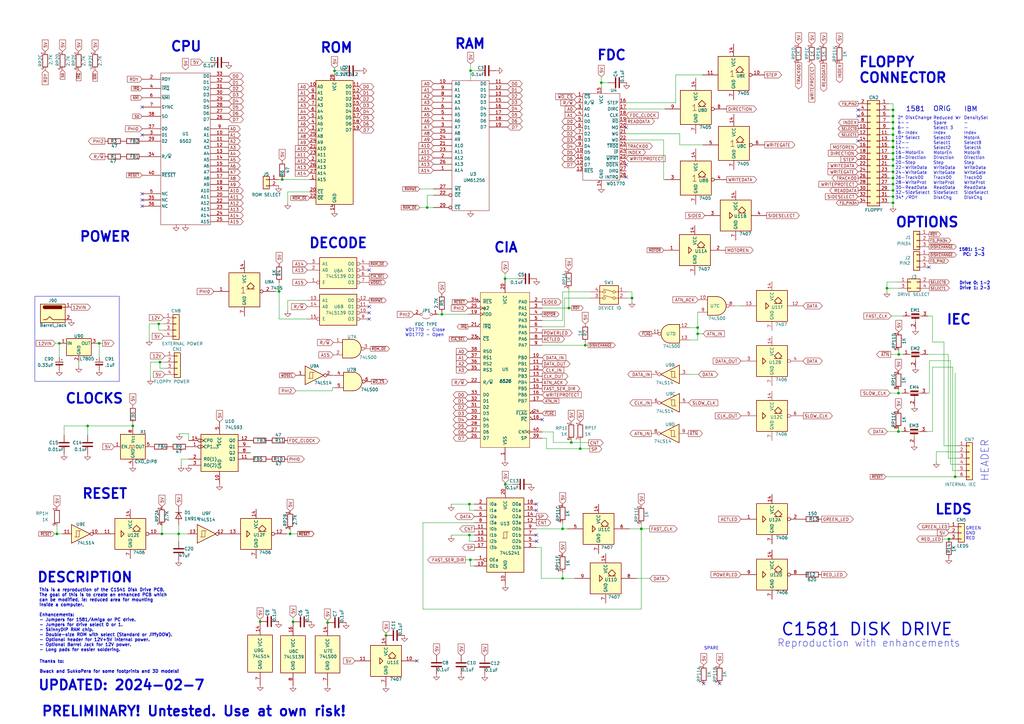
<source format=kicad_sch>
(kicad_sch (version 20230121) (generator eeschema)
  (paper "A3")
  (title_block (title "C1541 Disk Drive PCB with Enhancements") (date "2024-02-07") (company "Steve J. Gray"))
  (junction (at 366.268 60.325))
  (junction (at 120.1928 255.0414))
  (junction (at 23.368 218.9734))
  (junction (at 366.268 70.485))
  (junction (at 137.2108 29.0576))
  (junction (at 366.268 75.565))
  (junction (at 118.999 218.9734))
  (junction (at 66.421 218.9734))
  (junction (at 181.229 128.905))
  (junction (at 366.268 52.705))
  (junction (at 366.268 78.105))
  (junction (at 366.268 47.625))
  (junction (at 263.017 216.916))
  (junction (at 246.634 33.909))
  (junction (at 363.7788 118.2116))
  (junction (at 115.7478 73.6346))
  (junction (at 366.268 65.405))
  (junction (at 40.6908 140.8176))
  (junction (at 366.268 67.945))
  (junction (at 207.264 198.628))
  (junction (at 73.279 218.9734))
  (junction (at 366.268 45.085))
  (junction (at 366.268 80.645))
  (junction (at 286.131 134.366))
  (junction (at 366.268 73.025))
  (junction (at 65.6082 148.5138))
  (junction (at 368.5032 161.2392))
  (junction (at 114.4778 119.5324))
  (junction (at 192.532 206.756))
  (junction (at 366.268 62.865))
  (junction (at 263.0424 216.916))
  (junction (at 192.9892 28.9814))
  (junction (at 106.68 254.9144))
  (junction (at 158.2928 260.6294))
  (junction (at 366.268 83.185))
  (junction (at 237.998 184.023))
  (junction (at 240.03 141.605))
  (junction (at 366.268 50.165))
  (junction (at 391.7442 195.5292))
  (junction (at 389.1788 221.0816))
  (junction (at 65.1002 132.842))
  (junction (at 366.268 55.245))
  (junction (at 192.532 219.456))
  (junction (at 230.759 237.236))
  (junction (at 134.3406 255.3462))
  (junction (at 35.941 174.7012))
  (junction (at 368.6302 145.3642))
  (junction (at 230.759 216.916))
  (junction (at 192.913 229.616))
  (junction (at 368.5032 176.9872))
  (junction (at 207.137 114.3))
  (junction (at 233.3244 126.3396))
  (junction (at 286.131 136.906))
  (junction (at 24.3332 140.8176))
  (junction (at 259.207 122.2502))
  (junction (at 234.315 181.483))
  (junction (at 175.2092 85.1154))
  (junction (at 54.483 174.7012))
  (junction (at 366.268 57.785))
  (no_connect (at 220.091 221.996))
  (no_connect (at 151.4348 128.2954))
  (no_connect (at 58.293 55.3466))
  (no_connect (at 256.794 52.324))
  (no_connect (at 151.4348 125.7554))
  (no_connect (at 351.917 47.625))
  (no_connect (at 58.293 43.9166))
  (no_connect (at 219.964 209.296))
  (no_connect (at 288.6456 280.3652))
  (no_connect (at 256.794 67.564))
  (no_connect (at 381.0254 109.5756))
  (no_connect (at 58.293 84.5566))
  (no_connect (at 219.964 206.756))
  (no_connect (at 219.964 219.456))
  (no_connect (at 256.794 72.644))
  (no_connect (at 151.4348 110.7694))
  (no_connect (at 151.4348 130.8354))
  (no_connect (at 351.917 45.085))
  (no_connect (at 222.377 172.085))
  (no_connect (at 295.148 280.3906))
  (no_connect (at 58.293 82.0166))
  (no_connect (at 170.9928 271.0688))
  (no_connect (at 351.917 57.785))
  (no_connect (at 58.293 79.4766))
  (wire (pts (xy 66.421 218.9734) (xy 73.279 218.9734)))
  (wire (pts (xy 364.617 83.185) (xy 366.268 83.185)))
  (wire (pts (xy 114.6048 130.8354) (xy 126.0348 130.8354)))
  (wire (pts (xy 22.6822 140.8176) (xy 24.3332 140.8176)))
  (wire (pts (xy 368.5032 175.8442) (xy 368.5032 176.9872)))
  (wire (pts (xy 195.9102 28.9814) (xy 192.9892 28.9814)))
  (wire (pts (xy 192.532 206.756) (xy 194.564 206.756)))
  (wire (pts (xy 181.229 128.905) (xy 181.229 128.143)))
  (wire (pts (xy 226.949 181.483) (xy 226.949 177.165)))
  (wire (pts (xy 241.427 181.61) (xy 241.3 181.61)))
  (wire (pts (xy 65.6082 148.5138) (xy 67.6402 148.5138)))
  (wire (pts (xy 120.1674 253.2888) (xy 120.1928 253.2888)))
  (wire (pts (xy 366.268 60.325) (xy 366.268 62.865)))
  (wire (pts (xy 226.949 177.165) (xy 222.377 177.165)))
  (wire (pts (xy 286.131 139.446) (xy 286.131 136.906)))
  (wire (pts (xy 234.315 180.594) (xy 234.315 181.483)))
  (wire (pts (xy 23.368 218.9734) (xy 25.527 218.9734)))
  (wire (pts (xy 192.532 219.456) (xy 194.564 219.456)))
  (wire (pts (xy 231.521 122.2502) (xy 242.189 122.2502)))
  (wire (pts (xy 382.4732 129.6162) (xy 380.5682 129.6162)))
  (wire (pts (xy 137.2108 27.9146) (xy 137.2108 29.0576)))
  (wire (pts (xy 106.7054 280.7716) (xy 106.7054 280.7462)))
  (wire (pts (xy 192.532 209.296) (xy 194.564 209.296)))
  (wire (pts (xy 364.617 55.245) (xy 366.268 55.245)))
  (wire (pts (xy 389.8392 190.4492) (xy 392.5062 190.4492)))
  (wire (pts (xy 366.268 42.545) (xy 366.268 45.085)))
  (wire (pts (xy 366.268 47.625) (xy 366.268 50.165)))
  (wire (pts (xy 246.634 33.909) (xy 249.428 33.909)))
  (wire (pts (xy 366.268 65.405) (xy 366.268 67.945)))
  (wire (pts (xy 365.3282 145.3642) (xy 368.6302 145.3642)))
  (wire (pts (xy 263.017 216.916) (xy 263.017 249.809)))
  (wire (pts (xy 286.512 153.543) (xy 282.448 153.543)))
  (wire (pts (xy 256.794 54.864) (xy 278.765 54.864)))
  (wire (pts (xy 365.0742 161.2392) (xy 368.5032 161.2392)))
  (wire (pts (xy 207.264 198.628) (xy 210.312 198.628)))
  (wire (pts (xy 230.759 234.696) (xy 230.759 237.236)))
  (wire (pts (xy 61.214 132.842) (xy 65.1002 132.842)))
  (wire (pts (xy 381.2032 147.9042) (xy 389.8392 147.9042)))
  (wire (pts (xy 240.03 141.605) (xy 222.377 141.605)))
  (wire (pts (xy 380.0602 176.9872) (xy 382.4732 176.9872)))
  (wire (pts (xy 390.7282 193.1162) (xy 390.7536 193.1162)))
  (wire (pts (xy 233.3244 126.3396) (xy 222.377 126.3396)))
  (wire (pts (xy 118.999 217.1954) (xy 118.999 218.9734)))
  (wire (pts (xy 118.0338 123.2154) (xy 126.0348 123.2154)))
  (wire (pts (xy 112.9538 119.5324) (xy 114.4778 119.5324)))
  (wire (pts (xy 192.532 209.296) (xy 192.532 206.756)))
  (wire (pts (xy 387.3754 221.0816) (xy 389.1788 221.0816)))
  (wire (pts (xy 391.7442 195.5292) (xy 392.5062 195.5292)))
  (wire (pts (xy 366.268 67.945) (xy 366.268 70.485)))
  (wire (pts (xy 224.155 184.023) (xy 224.155 179.705)))
  (wire (pts (xy 366.268 78.105) (xy 366.268 80.645)))
  (wire (pts (xy 181.229 128.905) (xy 191.897 128.905)))
  (wire (pts (xy 65.1002 135.382) (xy 65.1002 132.842)))
  (wire (pts (xy 272.161 73.66) (xy 272.669 73.66)))
  (wire (pts (xy 66.421 215.4174) (xy 66.421 218.9734)))
  (wire (pts (xy 77.343 180.6702) (xy 77.343 177.8762)))
  (wire (pts (xy 219.964 224.536) (xy 221.996 224.536)))
  (wire (pts (xy 114.4778 119.5324) (xy 114.4778 130.7084)))
  (wire (pts (xy 234.315 181.483) (xy 226.949 181.483)))
  (wire (pts (xy 192.9892 26.1874) (xy 192.9892 28.9814)))
  (wire (pts (xy 259.207 122.2502) (xy 259.207 119.7102)))
  (wire (pts (xy 237.998 184.023) (xy 224.155 184.023)))
  (wire (pts (xy 224.155 179.705) (xy 222.377 179.705)))
  (wire (pts (xy 134.3406 255.3462) (xy 134.3406 255.7018)))
  (wire (pts (xy 173.482 214.376) (xy 173.482 249.809)))
  (wire (pts (xy 106.68 254.9144) (xy 106.68 255.3716)))
  (wire (pts (xy 286.131 134.366) (xy 282.575 134.366)))
  (wire (pts (xy 382.4732 140.2842) (xy 387.1722 140.2842)))
  (wire (pts (xy 115.7478 73.66) (xy 115.7478 73.6346)))
  (wire (pts (xy 83.185 25.6286) (xy 86.233 25.6286)))
  (wire (pts (xy 387.3754 221.107) (xy 387.3754 221.0816)))
  (wire (pts (xy 391.7442 152.9842) (xy 391.7442 195.5292)))
  (wire (pts (xy 368.6302 143.7132) (xy 368.6302 145.3642)))
  (wire (pts (xy 115.7224 73.6346) (xy 115.7478 73.6346)))
  (wire (pts (xy 366.268 57.785) (xy 366.268 60.325)))
  (wire (pts (xy 106.7054 280.7462) (xy 106.7308 280.7462)))
  (wire (pts (xy 364.617 47.625) (xy 366.268 47.625)))
  (wire (pts (xy 158.3436 259.6642) (xy 158.2928 259.6642)))
  (wire (pts (xy 83.058 25.5016) (xy 83.185 25.5016)))
  (wire (pts (xy 241.3 181.483) (xy 234.315 181.483)))
  (wire (pts (xy 263.0424 216.916) (xy 266.446 216.916)))
  (wire (pts (xy 106.68 254) (xy 106.68 254.9144)))
  (wire (pts (xy 230.759 131.445) (xy 222.377 131.445)))
  (wire (pts (xy 388.1882 185.3692) (xy 392.5062 185.3692)))
  (wire (pts (xy 363.7788 115.6716) (xy 363.7788 118.2116)))
  (wire (pts (xy 241.173 141.605) (xy 240.03 141.605)))
  (wire (pts (xy 173.482 249.809) (xy 263.017 249.809)))
  (wire (pts (xy 241.935 184.15) (xy 241.935 184.023)))
  (wire (pts (xy 40.6908 140.8176) (xy 42.0624 140.8176)))
  (wire (pts (xy 366.268 55.245) (xy 366.268 57.785)))
  (wire (pts (xy 278.765 59.436) (xy 278.765 54.864)))
  (wire (pts (xy 266.5222 237.236) (xy 261.112 237.236)))
  (wire (pts (xy 241.3 181.61) (xy 241.3 181.483)))
  (wire (pts (xy 387.1722 140.2842) (xy 387.1722 182.8292)))
  (wire (pts (xy 366.268 62.865) (xy 366.268 65.405)))
  (wire (pts (xy 122.047 218.9734) (xy 118.999 218.9734)))
  (wire (pts (xy 234.4166 126.3396) (xy 233.3244 126.3396)))
  (wire (pts (xy 259.207 119.7102) (xy 257.429 119.7102)))
  (wire (pts (xy 364.617 52.705) (xy 366.268 52.705)))
  (wire (pts (xy 266.5222 237.2868) (xy 266.5222 237.236)))
  (wire (pts (xy 54.483 173.8122) (xy 54.483 174.7012)))
  (wire (pts (xy 137.2108 29.0576) (xy 140.2588 29.0576)))
  (wire (pts (xy 66.167 218.9734) (xy 66.421 218.9734)))
  (wire (pts (xy 380.5682 145.3642) (xy 388.9502 145.3642)))
  (wire (pts (xy 366.268 83.185) (xy 366.268 84.455)))
  (wire (pts (xy 134.3406 254.4826) (xy 134.3406 255.3462)))
  (wire (pts (xy 120.1928 253.2888) (xy 120.1928 255.0414)))
  (wire (pts (xy 366.268 73.025) (xy 366.268 75.565)))
  (wire (pts (xy 368.5032 159.7152) (xy 368.5032 161.2392)))
  (wire (pts (xy 74.295 188.2902) (xy 77.343 188.2902)))
  (wire (pts (xy 207.137 114.3) (xy 212.471 114.3)))
  (wire (pts (xy 381.2032 161.2392) (xy 381.2032 147.9042)))
  (wire (pts (xy 390.7536 192.9892) (xy 392.5062 192.9892)))
  (wire (pts (xy 175.2092 85.1154) (xy 175.2092 80.0354)))
  (wire (pts (xy 39.9542 140.8176) (xy 40.6908 140.8176)))
  (wire (pts (xy 118.999 218.9734) (xy 117.729 218.9734)))
  (wire (pts (xy 278.765 59.436) (xy 288.29 59.436)))
  (wire (pts (xy 365.5822 129.6162) (xy 370.4082 129.6162)))
  (wire (pts (xy 136.3218 159.0294) (xy 136.3218 160.2994)))
  (wire (pts (xy 256.794 59.944) (xy 256.921 59.944)))
  (wire (pts (xy 24.3332 140.8176) (xy 24.3332 146.5072)))
  (wire (pts (xy 67.6402 151.0538) (xy 65.6082 151.0538)))
  (wire (pts (xy 118.0338 78.7146) (xy 118.0338 83.1596)))
  (wire (pts (xy 364.617 80.645) (xy 366.268 80.645)))
  (wire (pts (xy 364.617 67.945) (xy 366.268 67.945)))
  (wire (pts (xy 32.3342 148.4376) (xy 32.3342 150.1648)))
  (wire (pts (xy 54.483 174.7012) (xy 35.941 174.7012)))
  (wire (pts (xy 368.5032 161.2392) (xy 370.0272 161.2392)))
  (wire (pts (xy 40.6908 140.8176) (xy 40.6908 146.5072)))
  (wire (pts (xy 192.532 221.996) (xy 194.564 221.996)))
  (wire (pts (xy 175.2092 80.0354) (xy 177.7492 80.0354)))
  (wire (pts (xy 230.759 119.7102) (xy 242.189 119.7102)))
  (wire (pts (xy 329.311 170.561) (xy 329.438 170.561)))
  (wire (pts (xy 368.4778 115.6716) (xy 363.7788 115.6716)))
  (wire (pts (xy 272.161 73.66) (xy 272.161 57.404)))
  (wire (pts (xy 207.264 197.993) (xy 207.264 198.628)))
  (wire (pts (xy 207.137 114.3) (xy 207.137 114.935)))
  (wire (pts (xy 172.1612 77.4954) (xy 177.7492 77.4954)))
  (wire (pts (xy 231.521 122.2502) (xy 231.521 133.985)))
  (wire (pts (xy 382.4732 150.5712) (xy 390.7282 150.5712)))
  (wire (pts (xy 192.532 219.456) (xy 185.039 219.456)))
  (wire (pts (xy 259.207 122.2502) (xy 259.207 123.5202)))
  (wire (pts (xy 246.634 33.909) (xy 246.634 35.814)))
  (wire (pts (xy 172.1612 85.1154) (xy 175.2092 85.1154)))
  (wire (pts (xy 257.429 122.2502) (xy 259.207 122.2502)))
  (wire (pts (xy 391.7442 195.5546) (xy 391.7442 195.5292)))
  (wire (pts (xy 286.131 136.906) (xy 288.417 136.906)))
  (wire (pts (xy 222.377 126.3396) (xy 222.377 126.365)))
  (wire (pts (xy 219.964 216.916) (xy 230.759 216.916)))
  (wire (pts (xy 115.7478 73.6346) (xy 127.0508 73.6346)))
  (wire (pts (xy 363.9312 176.9872) (xy 368.5032 176.9872)))
  (wire (pts (xy 87.6808 119.5324) (xy 87.5538 119.5324)))
  (wire (pts (xy 258.191 216.916) (xy 263.017 216.916)))
  (wire (pts (xy 106.68 280.7716) (xy 106.7054 280.7716)))
  (wire (pts (xy 61.722 148.5138) (xy 65.6082 148.5138)))
  (wire (pts (xy 61.722 155.1178) (xy 61.722 148.5138)))
  (wire (pts (xy 73.279 218.9734) (xy 73.279 222.0214)))
  (wire (pts (xy 137.0838 159.0294) (xy 136.3218 159.0294)))
  (wire (pts (xy 266.5222 237.2868) (xy 266.5476 237.2868)))
  (wire (pts (xy 364.617 75.565) (xy 366.268 75.565)))
  (wire (pts (xy 240.03 140.462) (xy 240.03 141.605)))
  (wire (pts (xy 363.7788 118.2116) (xy 363.7788 119.3546)))
  (wire (pts (xy 381.2032 161.2392) (xy 380.1872 161.2392)))
  (wire (pts (xy 277.114 30.734) (xy 288.163 30.734)))
  (wire (pts (xy 65.6082 151.0538) (xy 65.6082 148.5138)))
  (wire (pts (xy 158.2928 259.6642) (xy 158.2928 260.6294)))
  (wire (pts (xy 286.131 136.906) (xy 286.131 134.366)))
  (wire (pts (xy 185.039 206.756) (xy 185.039 207.01)))
  (wire (pts (xy 73.279 215.2904) (xy 73.279 218.9734)))
  (wire (pts (xy 382.4732 150.5712) (xy 382.4732 176.9872)))
  (wire (pts (xy 364.617 42.545) (xy 366.268 42.545)))
  (wire (pts (xy 366.268 75.565) (xy 366.268 78.105)))
  (wire (pts (xy 137.2108 29.0576) (xy 137.2108 30.4546)))
  (wire (pts (xy 136.5758 153.9494) (xy 137.0838 153.9494)))
  (wire (pts (xy 231.521 133.985) (xy 222.377 133.985)))
  (wire (pts (xy 118.0338 127.4064) (xy 118.0338 123.2154)))
  (wire (pts (xy 121.3358 160.2994) (xy 136.3218 160.2994)))
  (wire (pts (xy 207.264 198.628) (xy 207.264 199.136)))
  (wire (pts (xy 177.7492 85.1154) (xy 175.2092 85.1154)))
  (wire (pts (xy 366.268 80.645) (xy 366.268 83.185)))
  (wire (pts (xy 114.6048 130.7084) (xy 114.6048 130.8354)))
  (wire (pts (xy 233.3244 118.364) (xy 233.3244 126.3396)))
  (wire (pts (xy 263.0424 214.884) (xy 263.0424 216.916)))
  (wire (pts (xy 61.214 139.0904) (xy 61.214 132.842)))
  (wire (pts (xy 230.759 216.916) (xy 232.791 216.916)))
  (wire (pts (xy 363.7788 118.2116) (xy 368.4778 118.2116)))
  (wire (pts (xy 237.998 180.594) (xy 237.998 184.023)))
  (wire (pts (xy 277.114 42.164) (xy 277.114 30.734)))
  (wire (pts (xy 54.483 174.7012) (xy 54.483 175.5902)))
  (wire (pts (xy 35.941 174.7012) (xy 26.289 174.7012)))
  (wire (pts (xy 190.881 229.616) (xy 192.913 229.616)))
  (wire (pts (xy 192.913 232.156) (xy 192.913 229.616)))
  (wire (pts (xy 73.279 218.9734) (xy 77.089 218.9734)))
  (wire (pts (xy 26.289 174.7012) (xy 26.289 178.5112)))
  (wire (pts (xy 67.1322 135.382) (xy 65.1002 135.382)))
  (wire (pts (xy 114.4778 115.8494) (xy 114.4778 119.5324)))
  (wire (pts (xy 282.575 139.446) (xy 286.131 139.446)))
  (wire (pts (xy 179.9082 128.9558) (xy 181.229 128.9558)))
  (wire (pts (xy 263.017 216.916) (xy 263.0424 216.916)))
  (wire (pts (xy 192.913 229.616) (xy 194.564 229.616)))
  (wire (pts (xy 185.039 219.456) (xy 185.039 219.71)))
  (wire (pts (xy 390.7536 193.1162) (xy 390.7536 192.9892)))
  (wire (pts (xy 364.617 60.325) (xy 366.268 60.325)))
  (wire (pts (xy 77.343 177.8762) (xy 73.533 177.8762)))
  (wire (pts (xy 230.759 214.376) (xy 230.759 216.916)))
  (wire (pts (xy 194.564 214.376) (xy 173.482 214.376)))
  (wire (pts (xy 256.794 42.164) (xy 277.114 42.164)))
  (wire (pts (xy 22.352 218.9734) (xy 23.368 218.9734)))
  (wire (pts (xy 389.8392 147.9042) (xy 389.8392 190.4492)))
  (wire (pts (xy 366.268 52.705) (xy 366.268 55.245)))
  (wire (pts (xy 256.794 57.404) (xy 272.161 57.404)))
  (wire (pts (xy 366.268 50.165) (xy 366.268 52.705)))
  (wire (pts (xy 384.048 185.293) (xy 384.048 189.23)))
  (wire (pts (xy 364.617 62.865) (xy 366.268 62.865)))
  (wire (pts (xy 74.295 190.8302) (xy 74.295 188.2902)))
  (wire (pts (xy 388.9502 145.3642) (xy 388.9502 187.9092)))
  (wire (pts (xy 388.1882 185.293) (xy 388.1882 185.3692)))
  (wire (pts (xy 364.617 50.165) (xy 366.268 50.165)))
  (wire (pts (xy 286.131 128.016) (xy 286.385 128.016)))
  (wire (pts (xy 221.996 224.536) (xy 221.996 237.236)))
  (wire (pts (xy 127.0508 78.7146) (xy 118.0338 78.7146)))
  (wire (pts (xy 386.461 221.107) (xy 387.3754 221.107)))
  (wire (pts (xy 192.532 206.756) (xy 185.039 206.756)))
  (wire (pts (xy 366.268 70.485) (xy 366.268 73.025)))
  (wire (pts (xy 364.617 70.485) (xy 366.268 70.485)))
  (wire (pts (xy 230.759 237.236) (xy 235.712 237.236)))
  (wire (pts (xy 114.4778 130.7084) (xy 114.6048 130.7084)))
  (wire (pts (xy 241.935 184.023) (xy 237.998 184.023)))
  (wire (pts (xy 364.617 65.405) (xy 366.268 65.405)))
  (wire (pts (xy 24.3332 140.8176) (xy 24.7142 140.8176)))
  (wire (pts (xy 363.3216 195.5546) (xy 391.7442 195.5546)))
  (wire (pts (xy 158.2928 260.6294) (xy 158.2928 260.9088)))
  (wire (pts (xy 207.137 112.141) (xy 207.137 114.3)))
  (wire (pts (xy 181.229 128.9558) (xy 181.229 128.905)))
  (wire (pts (xy 387.1722 182.8292) (xy 392.5062 182.8292)))
  (wire (pts (xy 286.131 134.366) (xy 286.131 128.016)))
  (wire (pts (xy 114.2746 73.66) (xy 115.7478 73.66)))
  (wire (pts (xy 364.617 73.025) (xy 366.268 73.025)))
  (wire (pts (xy 23.368 215.6714) (xy 23.368 218.9734)))
  (wire (pts (xy 368.5032 176.9872) (xy 369.9002 176.9872)))
  (wire (pts (xy 230.759 119.7102) (xy 230.759 131.445)))
  (wire (pts (xy 120.1928 255.0414) (xy 120.1928 255.6764)))
  (wire (pts (xy 194.564 232.156) (xy 192.913 232.156)))
  (wire (pts (xy 368.6302 145.3642) (xy 370.4082 145.3642)))
  (wire (pts (xy 192.9892 28.9814) (xy 192.9892 33.0454)))
  (wire (pts (xy 364.617 78.105) (xy 366.268 78.105)))
  (wire (pts (xy 364.617 45.085) (xy 366.268 45.085)))
  (wire (pts (xy 246.634 31.496) (xy 246.634 33.909)))
  (wire (pts (xy 192.532 221.996) (xy 192.532 219.456)))
  (wire (pts (xy 256.794 44.704) (xy 272.669 44.704)))
  (wire (pts (xy 384.048 185.293) (xy 388.1882 185.293)))
  (wire (pts (xy 35.941 174.7012) (xy 35.941 178.5112)))
  (wire (pts (xy 65.1002 132.842) (xy 67.1322 132.842)))
  (wire (pts (xy 388.9502 187.9092) (xy 392.5062 187.9092)))
  (wire (pts (xy 382.4732 140.2842) (xy 382.4732 129.6162)))
  (wire (pts (xy 83.185 25.5016) (xy 83.185 25.6286)))
  (wire (pts (xy 221.996 237.236) (xy 230.759 237.236)))
  (wire (pts (xy 301.625 125.476) (xy 303.911 125.476)))
  (wire (pts (xy 366.268 45.085) (xy 366.268 47.625)))
  (wire (pts (xy 364.617 57.785) (xy 366.268 57.785)))
  (wire (pts (xy 390.7282 150.5712) (xy 390.7282 193.1162)))
  (rectangle (start 14.3002 121.5136) (end 48.9204 156.4386))
  (text "DECODE" (at 126.4666 102.2096 0) (effects (font (size 4 4) (thickness 0.8) bold) (justify left bottom)))
  (text "UPDATED: 2024-02-7" (at 15.3924 283.5148 0) (effects (font (size 4 4) (thickness 0.8) bold) (justify left bottom)))
  (text "ORIG" (at 382.7018 45.9232 0) (effects (font (size 2 2) (thickness 0.254) bold) (justify left bottom)))
  (text "Drive 0: 1-2\nDrive 1: 2-3" (at 406.1968 118.9736 0) (effects (font (size 1.27 1.27) bold) (justify right bottom)))
  (text "Reduced Wr\nSpare\nSelect 3\nIndex\nSelect0\nSelect1\nSelect2\nMotorEn\nDirection\nStep\nWriteData\nWriteGate\nTrack00\nWriteProt\nReadData\nSideSelect\nDiskChg\n" (at 382.7526 81.9404 0) (effects (font (size 1.27 1.27)) (justify left bottom)))
  (text " 2*\n 4-\n 6-\n 8-\n10*\n12-\n14-\n16-\n18-\n20-\n22-\n24-\n26-\n28-\n30-\n32-\n34*\n" (at 367.157 81.915 0) (effects (font (size 1.27 1.27)) (justify left bottom)))
  (text "DiskChange\n-\n-\nIndex\nSelect\n-\n-\nMotorEn\nDirection\nStep\nWriteData\nWriteGate\nTrack00\nWriteProt\nReadData\nSideSelect\n/RDY\n" (at 371.221 81.915 0) (effects (font (size 1.27 1.27)) (justify left bottom)))
  (text "CLOCKS" (at 26.543 165.9382 0) (effects (font (size 4 4) (thickness 0.8) bold) (justify left bottom)))
  (text "POWER" (at 32.385 99.568 0) (effects (font (size 4 4) (thickness 0.8) bold) (justify left bottom)))
  (text "ROM" (at 131.1148 22.0726 0) (effects (font (size 4 4) (thickness 0.8) bold) (justify left bottom)))
  (text "HEADER" (at 405.6888 197.612 90) (effects (font (size 3 3)) (justify left bottom)))
  (text "CIA" (at 202.311 104.013 0) (effects (font (size 4 4) (thickness 0.8) bold) (justify left bottom)))
  (text "LEDS" (at 383.2352 211.4042 0) (effects (font (size 4 4) (thickness 0.8) bold) (justify left bottom)))
  (text "RESET" (at 33.401 205.0034 0) (effects (font (size 4 4) (thickness 0.8) bold) (justify left bottom)))
  (text "DensitySel\n-\n-\nIndex\nMotorA\nSelectB\nSelectA\nMotorB\nDirection\nStep\nWriteData\nWriteGate\nTrack00\nWriteProt\nReadData\nSideSelect\nDiskChg\n" (at 395.3002 81.9404 0) (effects (font (size 1.27 1.27)) (justify left bottom)))
  (text "RAM" (at 186.2582 20.4724 0) (effects (font (size 4 4) (thickness 0.8) bold) (justify left bottom)))
  (text "This is a reproduction of the C1541 Disk Drive PCB.\nThe goal of this is to create an enhanced PCB which\ncan be modified, ie: reduced area for mounting \ninside a computer.\n\nEnhancements:\n- Jumpers for 1581/Amiga or PC drive.\n- Jumpers for drive select 0 or 1.\n- SkinnyDIP RAM chip.\n- Double-size ROM with select (Standard or JiffyDOW).\n- Optional header for 12V+5V internal power.\n- Optional Barrel Jack for 12V power.\n- Long pads for easier soldering.\n" (at 16.0274 267.3604 0) (effects (font (size 1.27 1.27) bold) (justify left bottom)))
  (text "FLOPPY\nCONNECTOR" (at 352.044 34.417 0) (effects (font (size 4 4) (thickness 0.8) bold) (justify left bottom)))
  (text "1581" (at 371.475 45.974 0) (effects (font (size 2 2) (thickness 0.254) bold) (justify left bottom)))
  (text "IBM" (at 395.4272 46.0248 0) (effects (font (size 2 2) (thickness 0.254) bold) (justify left bottom)))
  (text "C1581 DISK DRIVE" (at 320.167 261.1882 0) (effects (font (size 5 5) (thickness 0.6) bold) (justify left bottom)))
  (text "CPU" (at 69.723 21.5646 0) (effects (font (size 4 4) (thickness 0.8) bold) (justify left bottom)))
  (text "PRELIMINARY! Untested. Use at own risk!" (at 16.8148 294.2082 0) (effects (font (size 4 4) (thickness 0.8) bold) (justify left bottom)))
  (text "Thanks to:\n\nBwack and SukkoPera for some footprints and 3D models!\n" (at 16.1036 276.2504 0) (effects (font (size 1.27 1.27) bold) (justify left bottom)))
  (text "1581: 1-2\nPC:	2-3" (at 403.9108 105.2576 0) (effects (font (size 1.27 1.27) bold) (justify right bottom)))
  (text "DESCRIPTION" (at 14.9606 239.2934 0) (effects (font (size 4 4) (thickness 0.8) bold) (justify left bottom)))
  (text "OPTIONS" (at 367.0808 93.6498 0) (effects (font (size 4 4) (thickness 0.8) bold) (justify left bottom)))
  (text "GREEN\nGND\nRED" (at 396.0368 221.5896 0) (effects (font (size 1.27 1.27)) (justify left bottom)))
  (text "SPARE" (at 288.7218 266.7 0) (effects (font (size 1.27 1.27)) (justify left bottom)))
  (text "FDC" (at 244.602 25.146 0) (effects (font (size 4 4) (thickness 0.8) bold) (justify left bottom)))
  (text "Reproduction with enhancements" (at 318.7192 265.6586 0) (effects (font (size 3 3)) (justify left bottom)))
  (text "WD1770 - Close\nWD1772 - Open" (at 166.1414 138.2014 0) (effects (font (size 1.27 1.27)) (justify left bottom)))
  (text "IEC" (at 387.9342 133.5532 0) (effects (font (size 4 4) (thickness 0.8) bold) (justify left bottom)))
  (global_label "~{FLAG}" (shape output) (at 267.335 136.906 180) (effects (font (size 1 1))) (property "Intersheetrefs" "${INTERSHEET_REFS}" (effects hide)))
  (global_label "5V" (shape input) (at 118.999 209.5754 90) (property "Intersheetrefs" "${INTERSHEET_REFS}" (effects hide)))
  (global_label "S0" (shape input) (at 58.293 47.7266 180) (effects (font (size 1 1))) (property "Intersheetrefs" "${INTERSHEET_REFS}" (effects hide)))
  (global_label "D1" (shape bidirectional) (at 191.897 164.465 180) (property "Intersheetrefs" "${INTERSHEET_REFS}" (effects hide)))
  (global_label "A8" (shape output) (at 93.853 73.1266 0) (property "Intersheetrefs" "${INTERSHEET_REFS}" (effects hide)))
  (global_label "5V" (shape input) (at 90.043 173.0502 90) (property "Intersheetrefs" "${INTERSHEET_REFS}" (effects hide)))
  (global_label "5V" (shape input) (at 237.998 172.974 90) (property "Intersheetrefs" "${INTERSHEET_REFS}" (effects hide)))
  (global_label "TRACK00" (shape output) (at 327.533 25.781 270) (property "Intersheetrefs" "${INTERSHEET_REFS}" (effects hide)))
  (global_label "R{slash}~{W}" (shape input) (at 126.0348 125.7554 180) (property "Intersheetrefs" "${INTERSHEET_REFS}" (effects hide)))
  (global_label "~{MOTOR}" (shape input) (at 272.288 102.616 180) (effects (font (size 1 1))) (property "Intersheetrefs" "${INTERSHEET_REFS}" (effects hide)))
  (global_label "D4" (shape bidirectional) (at 208.2292 44.4754 0) (property "Intersheetrefs" "${INTERSHEET_REFS}" (effects hide)))
  (global_label "5V" (shape input) (at 137.2108 27.9146 90) (property "Intersheetrefs" "${INTERSHEET_REFS}" (effects hide)))
  (global_label "D6" (shape bidirectional) (at 191.897 177.165 180) (property "Intersheetrefs" "${INTERSHEET_REFS}" (effects hide)))
  (global_label "A4" (shape input) (at 177.7492 44.4754 180) (property "Intersheetrefs" "${INTERSHEET_REFS}" (effects hide)))
  (global_label "GREEN_LED" (shape output) (at 336.9564 212.9282 0) (property "Intersheetrefs" "${INTERSHEET_REFS}" (effects hide)))
  (global_label "CNT" (shape output) (at 219.964 214.376 0) (property "Intersheetrefs" "${INTERSHEET_REFS}" (effects hide)))
  (global_label "5V" (shape input) (at 23.368 208.0514 90) (property "Intersheetrefs" "${INTERSHEET_REFS}" (effects hide)))
  (global_label "RED_LED" (shape output) (at 336.9564 235.6612 0) (property "Intersheetrefs" "${INTERSHEET_REFS}" (effects hide)))
  (global_label "D0" (shape bidirectional) (at 93.853 31.2166 0) (property "Intersheetrefs" "${INTERSHEET_REFS}" (effects hide)))
  (global_label "~{WD_CS}" (shape input) (at 236.474 39.624 180) (property "Intersheetrefs" "${INTERSHEET_REFS}" (effects hide)))
  (global_label "A10" (shape input) (at 177.7492 59.7154 180) (property "Intersheetrefs" "${INTERSHEET_REFS}" (effects hide)))
  (global_label "CLK_IN" (shape input) (at 222.377 151.765 0) (property "Intersheetrefs" "${INTERSHEET_REFS}" (effects hide)))
  (global_label "D5" (shape bidirectional) (at 208.2292 47.0154 0) (property "Intersheetrefs" "${INTERSHEET_REFS}" (effects hide)))
  (global_label "GREEN_LED" (shape output) (at 389.1788 216.0016 180) (property "Intersheetrefs" "${INTERSHEET_REFS}" (effects hide)))
  (global_label "12V" (shape input) (at 67.1322 130.302 180) (property "Intersheetrefs" "${INTERSHEET_REFS}" (effects hide)))
  (global_label "~{IRQ}" (shape input) (at 32.258 28.7274 270) (effects (font (size 1 1))) (property "Intersheetrefs" "${INTERSHEET_REFS}" (effects hide)))
  (global_label "~{RAMWE}" (shape output) (at 151.4348 123.2154 0) (effects (font (size 1 1))) (property "Intersheetrefs" "${INTERSHEET_REFS}" (effects hide)))
  (global_label "D3" (shape bidirectional) (at 208.2292 41.9354 0) (property "Intersheetrefs" "${INTERSHEET_REFS}" (effects hide)))
  (global_label "D5" (shape bidirectional) (at 236.474 62.484 180) (property "Intersheetrefs" "${INTERSHEET_REFS}" (effects hide)))
  (global_label "~{RESET}" (shape input) (at 363.3216 195.5546 180) (effects (font (size 1 1))) (property "Intersheetrefs" "${INTERSHEET_REFS}" (effects hide)))
  (global_label "PHI0" (shape input) (at 87.6808 119.5324 180) (property "Intersheetrefs" "${INTERSHEET_REFS}" (effects hide)))
  (global_label "A3" (shape input) (at 127.0508 43.1546 180) (property "Intersheetrefs" "${INTERSHEET_REFS}" (effects hide)))
  (global_label "A9" (shape input) (at 177.7492 57.1754 180) (property "Intersheetrefs" "${INTERSHEET_REFS}" (effects hide)))
  (global_label "D7" (shape bidirectional) (at 191.897 179.705 180) (property "Intersheetrefs" "${INTERSHEET_REFS}" (effects hide)))
  (global_label "A3" (shape output) (at 93.853 60.4266 0) (property "Intersheetrefs" "${INTERSHEET_REFS}" (effects hide)))
  (global_label "PHI2" (shape input) (at 121.3358 160.2994 180) (property "Intersheetrefs" "${INTERSHEET_REFS}" (effects hide)))
  (global_label "A9" (shape input) (at 127.0508 58.3946 180) (property "Intersheetrefs" "${INTERSHEET_REFS}" (effects hide)))
  (global_label "5V" (shape input) (at 114.4778 108.2294 90) (property "Intersheetrefs" "${INTERSHEET_REFS}" (effects hide)))
  (global_label "INDEX" (shape output) (at 344.3224 25.908 270) (property "Intersheetrefs" "${INTERSHEET_REFS}" (effects hide)))
  (global_label "5V" (shape input) (at 368.6302 136.0932 90) (property "Intersheetrefs" "${INTERSHEET_REFS}" (effects hide)))
  (global_label "A7" (shape input) (at 127.0508 53.3146 180) (property "Intersheetrefs" "${INTERSHEET_REFS}" (effects hide)))
  (global_label "D7" (shape bidirectional) (at 236.474 67.564 180) (property "Intersheetrefs" "${INTERSHEET_REFS}" (effects hide)))
  (global_label "~{RDY}" (shape output) (at 234.4166 126.3396 0) (effects (font (size 1 1))) (property "Intersheetrefs" "${INTERSHEET_REFS}" (effects hide)))
  (global_label "5V" (shape input) (at 115.7224 66.0146 90) (property "Intersheetrefs" "${INTERSHEET_REFS}" (effects hide)))
  (global_label "SELECT0" (shape output) (at 381.1778 115.6716 0) (effects (font (size 1 1))) (property "Intersheetrefs" "${INTERSHEET_REFS}" (effects hide)))
  (global_label "A13" (shape input) (at 177.7492 67.3354 180) (property "Intersheetrefs" "${INTERSHEET_REFS}" (effects hide)))
  (global_label "A3" (shape input) (at 191.897 151.765 180) (property "Intersheetrefs" "${INTERSHEET_REFS}" (effects hide)))
  (global_label "FD_PIN34" (shape output) (at 381.0508 98.6536 0) (effects (font (size 1 1))) (property "Intersheetrefs" "${INTERSHEET_REFS}" (effects hide)))
  (global_label "5V" (shape input) (at 337.82 18.288 90) (property "Intersheetrefs" "${INTERSHEET_REFS}" (effects hide)))
  (global_label "D7" (shape bidirectional) (at 147.3708 53.3146 0) (effects (font italic)) (property "Intersheetrefs" "${INTERSHEET_REFS}" (effects hide)))
  (global_label "5V" (shape input) (at 234.315 172.974 90) (property "Intersheetrefs" "${INTERSHEET_REFS}" (effects hide)))
  (global_label "READDATA" (shape output) (at 256.794 49.784 0) (property "Intersheetrefs" "${INTERSHEET_REFS}" (effects hide)))
  (global_label "DATA" (shape bidirectional) (at 329.311 148.082 0) (property "Intersheetrefs" "${INTERSHEET_REFS}" (effects hide)))
  (global_label "5V" (shape input) (at 230.759 206.756 90) (property "Intersheetrefs" "${INTERSHEET_REFS}" (effects hide)))
  (global_label "A8" (shape input) (at 127.0508 55.8546 180) (property "Intersheetrefs" "${INTERSHEET_REFS}" (effects hide)))
  (global_label "5V" (shape output) (at 42.0624 140.8176 0) (property "Intersheetrefs" "${INTERSHEET_REFS}" (effects hide)))
  (global_label "5V" (shape input) (at 263.0424 207.264 90) (property "Intersheetrefs" "${INTERSHEET_REFS}" (effects hide)))
  (global_label "5V" (shape input) (at 76.073 28.6766 90) (property "Intersheetrefs" "${INTERSHEET_REFS}" (effects hide)))
  (global_label "D2" (shape bidirectional) (at 208.2292 39.3954 0) (property "Intersheetrefs" "${INTERSHEET_REFS}" (effects hide)))
  (global_label "DATA" (shape bidirectional) (at 194.564 211.836 180) (property "Intersheetrefs" "${INTERSHEET_REFS}" (effects hide)))
  (global_label "D7" (shape bidirectional) (at 93.853 48.9966 0) (property "Intersheetrefs" "${INTERSHEET_REFS}" (effects hide)))
  (global_label "DATA" (shape bidirectional) (at 266.5476 237.2868 0) (property "Intersheetrefs" "${INTERSHEET_REFS}" (effects hide)))
  (global_label "~{CIA_SEL}" (shape output) (at 151.4348 113.3094 0) (effects (font (size 1 1))) (property "Intersheetrefs" "${INTERSHEET_REFS}" (effects hide)))
  (global_label "POWERLED" (shape output) (at 222.377 136.525 0) (property "Intersheetrefs" "${INTERSHEET_REFS}" (effects hide)))
  (global_label "CLK_OUT" (shape input) (at 303.911 170.561 180) (property "Intersheetrefs" "${INTERSHEET_REFS}" (effects hide)))
  (global_label "A9" (shape output) (at 93.853 75.6666 0) (property "Intersheetrefs" "${INTERSHEET_REFS}" (effects hide)))
  (global_label "5V" (shape input) (at 198.8312 268.986 90) (property "Intersheetrefs" "${INTERSHEET_REFS}" (effects hide)))
  (global_label "SELECT0" (shape output) (at 351.917 52.705 180) (effects (font (size 1 1))) (property "Intersheetrefs" "${INTERSHEET_REFS}" (effects hide)))
  (global_label "A12" (shape input) (at 127.0508 66.0146 180) (property "Intersheetrefs" "${INTERSHEET_REFS}" (effects hide)))
  (global_label "FD_PIN2" (shape output) (at 381.0508 107.0356 0) (effects (font (size 1 1))) (property "Intersheetrefs" "${INTERSHEET_REFS}" (effects hide)))
  (global_label "A4" (shape output) (at 93.853 62.9666 0) (property "Intersheetrefs" "${INTERSHEET_REFS}" (effects hide)))
  (global_label "A5" (shape input) (at 177.7492 47.0154 180) (property "Intersheetrefs" "${INTERSHEET_REFS}" (effects hide)))
  (global_label "A11" (shape output) (at 93.853 80.7466 0) (property "Intersheetrefs" "${INTERSHEET_REFS}" (effects hide)))
  (global_label "A0" (shape input) (at 127.0508 35.5346 180) (property "Intersheetrefs" "${INTERSHEET_REFS}" (effects hide)))
  (global_label "~{WDSEL}" (shape output) (at 151.4348 115.8494 0) (effects (font (size 1 1))) (property "Intersheetrefs" "${INTERSHEET_REFS}" (effects hide)))
  (global_label "A3" (shape input) (at 177.7492 41.9354 180) (property "Intersheetrefs" "${INTERSHEET_REFS}" (effects hide)))
  (global_label "DATA_IN" (shape input) (at 222.377 146.685 0) (property "Intersheetrefs" "${INTERSHEET_REFS}" (effects hide)))
  (global_label "5V" (shape input) (at 295.148 272.7706 90) (property "Intersheetrefs" "${INTERSHEET_REFS}" (effects hide)))
  (global_label "5V" (shape input) (at 368.5032 168.2242 90) (property "Intersheetrefs" "${INTERSHEET_REFS}" (effects hide)))
  (global_label "D3" (shape bidirectional) (at 191.897 169.545 180) (property "Intersheetrefs" "${INTERSHEET_REFS}" (effects hide)))
  (global_label "ATN_IN" (shape input) (at 222.377 164.465 0) (effects (font (size 1 1))) (property "Intersheetrefs" "${INTERSHEET_REFS}" (effects hide)))
  (global_label "A6" (shape input) (at 177.7492 49.5554 180) (property "Intersheetrefs" "${INTERSHEET_REFS}" (effects hide)))
  (global_label "A6" (shape input) (at 127.0508 50.7746 180) (property "Intersheetrefs" "${INTERSHEET_REFS}" (effects hide)))
  (global_label "A12" (shape output) (at 93.853 83.2866 0) (property "Intersheetrefs" "${INTERSHEET_REFS}" (effects hide)))
  (global_label "~{RESET}" (shape input) (at 22.352 218.9734 180) (effects (font (size 1 1))) (property "Intersheetrefs" "${INTERSHEET_REFS}" (effects hide)))
  (global_label "D3" (shape bidirectional) (at 236.474 57.404 180) (property "Intersheetrefs" "${INTERSHEET_REFS}" (effects hide)))
  (global_label "ACTLED" (shape output) (at 222.377 139.065 0) (property "Intersheetrefs" "${INTERSHEET_REFS}" (effects hide)))
  (global_label "A1" (shape input) (at 236.474 47.244 180) (property "Intersheetrefs" "${INTERSHEET_REFS}" (effects hide)))
  (global_label "A13" (shape input) (at 126.0348 110.7694 180) (property "Intersheetrefs" "${INTERSHEET_REFS}" (effects hide)))
  (global_label "5V" (shape input) (at 120.1674 253.2888 90) (property "Intersheetrefs" "${INTERSHEET_REFS}" (effects hide)))
  (global_label "~{IRQ}" (shape input) (at 58.293 36.2966 180) (effects (font (size 1 1))) (property "Intersheetrefs" "${INTERSHEET_REFS}" (effects hide)))
  (global_label "~{FLAG}" (shape input) (at 222.377 169.545 0) (effects (font (size 1 1))) (property "Intersheetrefs" "${INTERSHEET_REFS}" (effects hide)))
  (global_label "A14" (shape input) (at 177.7492 69.8754 180) (property "Intersheetrefs" "${INTERSHEET_REFS}" (effects hide)))
  (global_label "CNT" (shape output) (at 241.427 181.61 0) (property "Intersheetrefs" "${INTERSHEET_REFS}" (effects hide)))
  (global_label "DIRECTION" (shape input) (at 351.917 62.865 180) (property "Intersheetrefs" "${INTERSHEET_REFS}" (effects hide)))
  (global_label "A10" (shape input) (at 127.0508 60.9346 180) (property "Intersheetrefs" "${INTERSHEET_REFS}" (effects hide)))
  (global_label "A0" (shape output) (at 93.853 52.8066 0) (property "Intersheetrefs" "${INTERSHEET_REFS}" (effects hide)))
  (global_label "D1" (shape bidirectional) (at 93.853 33.7566 0) (property "Intersheetrefs" "${INTERSHEET_REFS}" (effects hide)))
  (global_label "A15" (shape input) (at 126.0348 115.8494 180) (property "Intersheetrefs" "${INTERSHEET_REFS}" (effects hide)))
  (global_label "SLOW_CLK" (shape input) (at 365.0742 161.2392 180) (property "Intersheetrefs" "${INTERSHEET_REFS}" (effects hide)))
  (global_label "A2" (shape output) (at 93.853 57.8866 0) (property "Intersheetrefs" "${INTERSHEET_REFS}" (effects hide)))
  (global_label "DATA_IN" (shape output) (at 267.208 153.543 180) (property "Intersheetrefs" "${INTERSHEET_REFS}" (effects hide)))
  (global_label "DATA_OUT" (shape output) (at 222.377 149.225 0) (property "Intersheetrefs" "${INTERSHEET_REFS}" (effects hide)))
  (global_label "PHI2" (shape output) (at 43.053 57.8866 180) (property "Intersheetrefs" "${INTERSHEET_REFS}" (effects hide)))
  (global_label "A2" (shape input) (at 191.897 149.225 180) (property "Intersheetrefs" "${INTERSHEET_REFS}" (effects hide)))
  (global_label "A1" (shape input) (at 127.0508 38.0746 180) (property "Intersheetrefs" "${INTERSHEET_REFS}" (effects hide)))
  (global_label "PHI0" (shape output) (at 117.983 188.2902 0) (property "Intersheetrefs" "${INTERSHEET_REFS}" (effects hide)))
  (global_label "D0" (shape bidirectional) (at 147.3708 35.5346 0) (property "Intersheetrefs" "${INTERSHEET_REFS}" (effects hide)))
  (global_label "RDY" (shape input) (at 58.293 32.4866 180) (property "Intersheetrefs" "${INTERSHEET_REFS}" (effects hide)))
  (global_label "SIDE0" (shape input) (at 289.052 88.392 180) (property "Intersheetrefs" "${INTERSHEET_REFS}" (effects hide)))
  (global_label "FAST_CLK" (shape input) (at 365.5822 129.6162 180) (property "Intersheetrefs" "${INTERSHEET_REFS}" (effects hide)))
  (global_label "5V" (shape input) (at 158.3436 259.6642 90) (property "Intersheetrefs" "${INTERSHEET_REFS}" (effects hide)))
  (global_label "D2" (shape bidirectional) (at 191.897 167.005 180) (property "Intersheetrefs" "${INTERSHEET_REFS}" (effects hide)))
  (global_label "ATN_IN" (shape output) (at 267.081 177.8 180) (property "Intersheetrefs" "${INTERSHEET_REFS}" (effects hide)))
  (global_label "WRITEPROTECT" (shape input) (at 222.377 161.925 0) (property "Intersheetrefs" "${INTERSHEET_REFS}" (effects hide)))
  (global_label "WRITEDATA" (shape output) (at 298.069 73.66 0) (property "Intersheetrefs" "${INTERSHEET_REFS}" (effects hide)))
  (global_label "A12" (shape input) (at 177.7492 64.7954 180) (property "Intersheetrefs" "${INTERSHEET_REFS}" (effects hide)))
  (global_label "D3" (shape bidirectional) (at 93.853 38.8366 0) (property "Intersheetrefs" "${INTERSHEET_REFS}" (effects hide)))
  (global_label "12VIN" (shape input) (at 22.6822 140.8176 180) (property "Intersheetrefs" "${INTERSHEET_REFS}" (effects hide)))
  (global_label "A15" (shape input) (at 136.7028 145.5674 180) (property "Intersheetrefs" "${INTERSHEET_REFS}" (effects hide)))
  (global_label "READDATA" (shape output) (at 337.82 25.908 270) (property "Intersheetrefs" "${INTERSHEET_REFS}" (effects hide)))
  (global_label "A10" (shape output) (at 93.853 78.2066 0) (property "Intersheetrefs" "${INTERSHEET_REFS}" (effects hide)))
  (global_label "~{NMI}" (shape input) (at 58.293 40.1066 180) (effects (font (size 1 1))) (property "Intersheetrefs" "${INTERSHEET_REFS}" (effects hide)))
  (global_label "A11" (shape input) (at 177.7492 62.2554 180) (property "Intersheetrefs" "${INTERSHEET_REFS}" (effects hide)))
  (global_label "5V" (shape input) (at 67.1322 137.922 180) (property "Intersheetrefs" "${INTERSHEET_REFS}" (effects hide)))
  (global_label "12VIN" (shape output) (at 29.2608 126.0094 0) (property "Intersheetrefs" "${INTERSHEET_REFS}" (effects hide)))
  (global_label "SELECT1" (shape output) (at 381.1778 118.2116 0) (effects (font (size 1 1))) (property "Intersheetrefs" "${INTERSHEET_REFS}" (effects hide)))
  (global_label "DATA" (shape bidirectional) (at 329.311 125.476 0) (property "Intersheetrefs" "${INTERSHEET_REFS}" (effects hide)))
  (global_label "R{slash}~{W}" (shape output) (at 43.053 64.2366 180) (property "Intersheetrefs" "${INTERSHEET_REFS}" (effects hide)))
  (global_label "FAST_SER_DIR" (shape output) (at 222.377 159.385 0) (property "Intersheetrefs" "${INTERSHEET_REFS}" (effects hide)))
  (global_label "5V" (shape input) (at 145.5928 271.0688 180) (property "Intersheetrefs" "${INTERSHEET_REFS}" (effects hide)))
  (global_label "PHI2" (shape input) (at 169.7482 128.9558 180) (property "Intersheetrefs" "${INTERSHEET_REFS}" (effects hide)))
  (global_label "5V" (shape input) (at 54.483 166.1922 90) (property "Intersheetrefs" "${INTERSHEET_REFS}" (effects hide)))
  (global_label "SELECT1" (shape output) (at 351.917 55.245 180) (effects (font (size 1 1))) (property "Intersheetrefs" "${INTERSHEET_REFS}" (effects hide)))
  (global_label "ATN_ACK" (shape output) (at 222.377 156.845 0) (property "Intersheetrefs" "${INTERSHEET_REFS}" (effects hide)))
  (global_label "D6" (shape bidirectional) (at 208.2292 49.5554 0) (property "Intersheetrefs" "${INTERSHEET_REFS}" (effects hide)))
  (global_label "A13" (shape input) (at 127.0508 68.5546 180) (property "Intersheetrefs" "${INTERSHEET_REFS}" (effects hide)))
  (global_label "5V" (shape input) (at 32.258 21.1074 90) (property "Intersheetrefs" "${INTERSHEET_REFS}" (effects hide)))
  (global_label "S0" (shape input) (at 25.654 28.7274 270) (effects (font (size 1 1))) (property "Intersheetrefs" "${INTERSHEET_REFS}" (effects hide)))
  (global_label "~{CIA_SEL}" (shape input) (at 191.897 139.065 180) (effects (font (size 1 1))) (property "Intersheetrefs" "${INTERSHEET_REFS}" (effects hide)))
  (global_label "D0" (shape bidirectional) (at 208.2292 34.3154 0) (property "Intersheetrefs" "${INTERSHEET_REFS}" (effects hide)))
  (global_label "FAST_CLK" (shape output) (at 266.446 216.916 0) (property "Intersheetrefs" "${INTERSHEET_REFS}" (effects hide)))
  (global_label "A1" (shape input) (at 191.897 146.685 180) (property "Intersheetrefs" "${INTERSHEET_REFS}" (effects hide)))
  (global_label "5V" (shape input) (at 25.654 21.1074 90) (property "Intersheetrefs" "${INTERSHEET_REFS}" (effects hide)))
  (global_label "D5" (shape bidirectional) (at 93.853 43.9166 0) (property "Intersheetrefs" "${INTERSHEET_REFS}" (effects hide)))
  (global_label "~{RDY}" (shape output) (at 381.0508 96.1136 0) (effects (font (size 1 1))) (property "Intersheetrefs" "${INTERSHEET_REFS}" (effects hide)))
  (global_label "D1" (shape bidirectional) (at 208.2292 36.8554 0) (property "Intersheetrefs" "${INTERSHEET_REFS}" (effects hide)))
  (global_label "5V" (shape input) (at 332.994 18.161 90) (property "Intersheetrefs" "${INTERSHEET_REFS}" (effects hide)))
  (global_label "~{DISKCHANGE}" (shape output) (at 241.173 141.605 0) (effects (font (size 1 1))) (property "Intersheetrefs" "${INTERSHEET_REFS}" (effects hide)))
  (global_label "5V" (shape input) (at 327.533 18.161 90) (property "Intersheetrefs" "${INTERSHEET_REFS}" (effects hide)))
  (global_label "~{RAM_OE}" (shape input) (at 172.1612 85.1154 180) (effects (font (size 1 1))) (property "Intersheetrefs" "${INTERSHEET_REFS}" (effects hide)))
  (global_label "TRACK00" (shape output) (at 256.921 59.944 0) (property "Intersheetrefs" "${INTERSHEET_REFS}" (effects hide)))
  (global_label "A6" (shape output) (at 93.853 68.0466 0) (property "Intersheetrefs" "${INTERSHEET_REFS}" (effects hide)))
  (global_label "A2" (shape input) (at 127.0508 40.6146 180) (property "Intersheetrefs" "${INTERSHEET_REFS}" (effects hide)))
  (global_label "~{ATN}" (shape output) (at 282.321 177.8 0) (property "Intersheetrefs" "${INTERSHEET_REFS}" (effects hide)))
  (global_label "RDY" (shape input) (at 18.542 28.7274 270) (property "Intersheetrefs" "${INTERSHEET_REFS}" (effects hide)))
  (global_label "A5" (shape input) (at 127.0508 48.2346 180) (property "Intersheetrefs" "${INTERSHEET_REFS}" (effects hide)))
  (global_label "SIDESELECT" (shape input) (at 351.917 80.645 180) (property "Intersheetrefs" "${INTERSHEET_REFS}" (effects hide)))
  (global_label "5V" (shape input) (at 134.3406 254.4826 90) (property "Intersheetrefs" "${INTERSHEET_REFS}" (effects hide)))
  (global_label "A8" (shape input) (at 177.7492 54.6354 180) (property "Intersheetrefs" "${INTERSHEET_REFS}" (effects hide)))
  (global_label "STEP" (shape output) (at 313.563 30.734 0) (property "Intersheetrefs" "${INTERSHEET_REFS}" (effects hide)))
  (global_label "STEP" (shape input) (at 351.917 65.405 180) (property "Intersheetrefs" "${INTERSHEET_REFS}" (effects hide)))
  (global_label "D6" (shape bidirectional) (at 147.3708 50.7746 0) (property "Intersheetrefs" "${INTERSHEET_REFS}" (effects hide)))
  (global_label "~{NMI}" (shape input) (at 38.989 28.7274 270) (effects (font (size 1 1))) (property "Intersheetrefs" "${INTERSHEET_REFS}" (effects hide)))
  (global_label "~{ROM_OE}" (shape input) (at 127.0508 81.2546 180) (effects (font (size 1 1))) (property "Intersheetrefs" "${INTERSHEET_REFS}" (effects hide)))
  (global_label "D3" (shape bidirectional) (at 147.3708 43.1546 0) (property "Intersheetrefs" "${INTERSHEET_REFS}" (effects hide)))
  (global_label "FDC_CLOCK" (shape output) (at 117.983 180.6702 0) (property "Intersheetrefs" "${INTERSHEET_REFS}" (effects hide)))
  (global_label "R{slash}~{W}" (shape input) (at 136.7028 140.4874 180) (property "Intersheetrefs" "${INTERSHEET_REFS}" (effects hide)))
  (global_label "A0" (shape input) (at 191.897 144.145 180) (property "Intersheetrefs" "${INTERSHEET_REFS}" (effects hide)))
  (global_label "CLK_OUT" (shape output) (at 222.377 154.305 0) (property "Intersheetrefs" "${INTERSHEET_REFS}" (effects hide)))
  (global_label "A14" (shape input) (at 127.0508 71.0946 180) (property "Intersheetrefs" "${INTERSHEET_REFS}" (effects hide)))
  (global_label "5V" (shape input) (at 179.0446 268.7828 90) (property "Intersheetrefs" "${INTERSHEET_REFS}" (effects hide)))
  (global_label "CLK_IN" (shape output) (at 267.208 165.227 180) (property "Intersheetrefs" "${INTERSHEET_REFS}" (effects hide)))
  (global_label "FD_PIN34" (shape output) (at 351.917 83.185 180) (effects (font (size 1 1))) (property "Intersheetrefs" "${INTERSHEET_REFS}" (effects hide)))
  (global_label "SP" (shape output) (at 219.964 211.836 0) (property "Intersheetrefs" "${INTERSHEET_REFS}" (effects hide)))
  (global_label "PHI0" (shape input) (at 58.293 52.8066 180) (property "Intersheetrefs" "${INTERSHEET_REFS}" (effects hide)))
  (global_label "~{ATN}" (shape output) (at 365.3282 145.3642 180) (property "Intersheetrefs" "${INTERSHEET_REFS}" (effects hide)))
  (global_label "WRITEPROTECT" (shape input) (at 256.794 65.024 0) (property "Intersheetrefs" "${INTERSHEET_REFS}" (effects hide)))
  (global_label "FD_PIN2" (shape output) (at 351.917 42.545 180) (effects (font (size 1 1))) (property "Intersheetrefs" "${INTERSHEET_REFS}" (effects hide)))
  (global_label "D5" (shape bidirectional) (at 147.3708 48.2346 0) (property "Intersheetrefs" "${INTERSHEET_REFS}" (effects hide)))
  (global_label "SP" (shape output) (at 194.564 224.536 180) (property "Intersheetrefs" "${INTERSHEET_REFS}" (effects hide)))
  (global_label "A11" (shape input) (at 127.0508 63.4746 180) (property "Intersheetrefs" "${INTERSHEET_REFS}" (effects hide)))
  (global_label "~{RAMWE}" (shape input) (at 172.1612 77.4954 180) (effects (font (size 1 1))) (property "Intersheetrefs" "${INTERSHEET_REFS}" (effects hide)))
  (global_label "SIDE0" (shape output) (at 222.377 123.825 0) (property "Intersheetrefs" "${INTERSHEET_REFS}" (effects hide)))
  (global_label "D5" (shape bidirectional) (at 191.897 174.625 180) (property "Intersheetrefs" "${INTERSHEET_REFS}" (effects hide)))
  (global_label "D4" (shape bidirectional) (at 236.474 59.944 180) (property "Intersheetrefs" "${INTERSHEET_REFS}" (effects hide)))
  (global_label "~{DISKCHANGE}" (shape output) (at 381.0508 101.1936 0) (effects (font (size 1 1))) (property "Intersheetrefs" "${INTERSHEET_REFS}" (effects hide)))
  (global_label "~{RESET}" (shape output) (at 122.047 218.9734 0) (effects (font (size 1 1) bold)) (property "Intersheetrefs" "${INTERSHEET_REFS}" (effects hide)))
  (global_label "R{slash}~{W}" (shape input) (at 236.474 42.164 180) (property "Intersheetrefs" "${INTERSHEET_REFS}" (effects hide)))
  (global_label "ATN_ACK" (shape input) (at 286.385 122.936 180) (property "Intersheetrefs" "${INTERSHEET_REFS}" (effects hide)))
  (global_label "SLOW_CLK" (shape input) (at 282.448 165.227 0) (property "Intersheetrefs" "${INTERSHEET_REFS}" (effects hide)))
  (global_label "~{WD_CS}" (shape output) (at 152.3238 156.4894 0) (effects (font (size 1 1))) (property "Intersheetrefs" "${INTERSHEET_REFS}" (effects hide)))
  (global_label "5V" (shape input) (at 38.989 21.1074 90) (property "Intersheetrefs" "${INTERSHEET_REFS}" (effects hide)))
  (global_label "5V" (shape input) (at 240.03 132.842 90) (property "Intersheetrefs" "${INTERSHEET_REFS}" (effects hide)))
  (global_label "WRITEGATE" (shape output) (at 313.69 59.436 0) (property "Intersheetrefs" "${INTERSHEET_REFS}" (effects hide)))
  (global_label "~{DISKCHANGE}" (shape output) (at 381.0508 104.4956 0) (effects (font (size 1 1))) (property "Intersheetrefs" "${INTERSHEET_REFS}" (effects hide)))
  (global_label "5V" (shape input) (at 83.058 25.5016 180) (property "Intersheetrefs" "${INTERSHEET_REFS}" (effects hide)))
  (global_label "D6" (shape bidirectional) (at 93.853 46.4566 0) (property "Intersheetrefs" "${INTERSHEET_REFS}" (effects hide)))
  (global_label "A1" (shape output) (at 93.853 55.3466 0) (property "Intersheetrefs" "${INTERSHEET_REFS}" (effects hide)))
  (global_label "A7" (shape input) (at 177.7492 52.0954 180) (property "Intersheetrefs" "${INTERSHEET_REFS}" (effects hide)))
  (global_label "D4" (shape bidirectional) (at 191.897 172.085 180) (property "Intersheetrefs" "${INTERSHEET_REFS}" (effects hide)))
  (global_label "MOTOREN" (shape input) (at 351.917 60.325 180) (property "Intersheetrefs" "${INTERSHEET_REFS}" (effects hide)))
  (global_label "INDEX" (shape output) (at 256.794 62.484 0) (property "Intersheetrefs" "${INTERSHEET_REFS}" (effects hide)))
  (global_label "READDATA" (shape output) (at 351.917 78.105 180) (property "Intersheetrefs" "${INTERSHEET_REFS}" (effects hide)))
  (global_label "A1" (shape input) (at 177.7492 36.8554 180) (property "Intersheetrefs" "${INTERSHEET_REFS}" (effects hide)))
  (global_label "A0" (shape input) (at 236.474 44.704 180) (property "Intersheetrefs" "${INTERSHEET_REFS}" (effects hide)))
  (global_label "D4" (shape bidirectional) (at 93.853 41.3766 0) (property "Intersheetrefs" "${INTERSHEET_REFS}" (effects hide)))
  (global_label "D7" (shape bidirectional) (at 208.2292 52.0954 0) (effects (font italic)) (property "Intersheetrefs" "${INTERSHEET_REFS}" (effects hide)))
  (global_label "~{RAM_OE}" (shape output) (at 151.4348 108.2294 0) (effects (font (size 1 1))) (property "Intersheetrefs" "${INTERSHEET_REFS}" (effects hide)))
  (global_label "D0" (shape bidirectional) (at 236.474 49.784 180) (property "Intersheetrefs" "${INTERSHEET_REFS}" (effects hide)))
  (global_label "ACTLED" (shape input) (at 303.9364 212.9282 180) (property "Intersheetrefs" "${INTERSHEET_REFS}" (effects hide)))
  (global_label "PHI2" (shape input) (at 191.897 126.365 180) (property "Intersheetrefs" "${INTERSHEET_REFS}" (effects hide)))
  (global_label "D0" (shape bidirectional) (at 191.897 161.925 180) (property "Intersheetrefs" "${INTERSHEET_REFS}" (effects hide)))
  (global_label "A15" (shape output) (at 93.853 90.9066 0) (property "Intersheetrefs" "${INTERSHEET_REFS}" (effects hide)))
  (global_label "5V" (shape input) (at 207.264 197.993 90) (property "Intersheetrefs" "${INTERSHEET_REFS}" (effects hide)))
  (global_label "A7" (shape output) (at 93.853 70.5866 0) (property "Intersheetrefs" "${INTERSHEET_REFS}" (effects hide)))
  (global_label "5V" (shape input) (at 73.279 207.6704 90) (property "Intersheetrefs" "${INTERSHEET_REFS}" (effects hide)))
  (global_label "5V" (shape input) (at 344.3224 18.288 90) (property "Intersheetrefs" "${INTERSHEET_REFS}" (effects hide)))
  (global_label "5V" (shape input) (at 368.5032 152.0952 90) (property "Intersheetrefs" "${INTERSHEET_REFS}" (effects hide)))
  (global_label "5V" (shape input) (at 46.863 183.2102 180) (property "Intersheetrefs" "${INTERSHEET_REFS}" (effects hide)))
  (global_label "A0" (shape input) (at 177.7492 34.3154 180) (property "Intersheetrefs" "${INTERSHEET_REFS}" (effects hide)))
  (global_label "TRACK00" (shape output) (at 351.917 73.025 180) (property "Intersheetrefs" "${INTERSHEET_REFS}" (effects hide)))
  (global_label "D1" (shape bidirectional) (at 147.3708 38.0746 0) (property "Intersheetrefs" "${INTERSHEET_REFS}" (effects hide)))
  (global_label "12V" (shape input) (at 67.6402 145.9738 180) (property "Intersheetrefs" "${INTERSHEET_REFS}" (effects hide)))
  (global_label "5V" (shape input) (at 192.9892 26.1874 90) (property "Intersheetrefs" "${INTERSHEET_REFS}" (effects hide)))
  (global_label "5V" (shape input) (at 18.542 21.1074 90) (property "Intersheetrefs" "${INTERSHEET_REFS}" (effects hide)))
  (global_label "R{slash}~{W}" (shape input) (at 191.897 156.845 180) (property "Intersheetrefs" "${INTERSHEET_REFS}" (effects hide)))
  (global_label "DIRECTION" (shape output) (at 298.069 44.704 0) (property "Intersheetrefs" "${INTERSHEET_REFS}" (effects hide)))
  (global_label "A14" (shape output) (at 93.853 88.3666 0) (property "Intersheetrefs" "${INTERSHEET_REFS}" (effects hide)))
  (global_label "5V" (shape input) (at 288.6456 272.7452 90) (property "Intersheetrefs" "${INTERSHEET_REFS}" (effects hide)))
  (global_label "RED_LED" (shape output) (at 386.461 221.107 180) (property "Intersheetrefs" "${INTERSHEET_REFS}" (effects hide)))
  (global_label "CNT" (shape output) (at 194.564 216.916 180) (property "Intersheetrefs" "${INTERSHEET_REFS}" (effects hide)))
  (global_label "A14" (shape input) (at 126.0348 108.2294 180) (property "Intersheetrefs" "${INTERSHEET_REFS}" (effects hide)))
  (global_label "D2" (shape bidirectional) (at 147.3708 40.6146 0) (property "Intersheetrefs" "${INTERSHEET_REFS}" (effects hide)))
  (global_label "D2" (shape bidirectional) (at 93.853 36.2966 0) (property "Intersheetrefs" "${INTERSHEET_REFS}" (effects hide)))
  (global_label "5V" (shape input) (at 189.1284 268.8336 90) (property "Intersheetrefs" "${INTERSHEET_REFS}" (effects hide)))
  (global_label "DATA" (shape bidirectional) (at 286.512 153.543 0) (property "Intersheetrefs" "${INTERSHEET_REFS}" (effects hide)))
  (global_label "DATA_OUT" (shape input) (at 303.911 148.082 180) (property "Intersheetrefs" "${INTERSHEET_REFS}" (effects hide)))
  (global_label "5V" (shape input) (at 233.3244 110.744 90) (property "Intersheetrefs" "${INTERSHEET_REFS}" (effects hide)))
  (global_label "~{RESET}" (shape input) (at 58.293 71.8566 180) (effects (font (size 1 1))) (property "Intersheetrefs" "${INTERSHEET_REFS}" (effects hide)))
  (global_label "5V" (shape input) (at 389.1788 218.5416 180) (property "Intersheetrefs" "${INTERSHEET_REFS}" (effects hide)))
  (global_label "DATA" (shape bidirectional) (at 363.9312 176.9872 180) (property "Intersheetrefs" "${INTERSHEET_REFS}" (effects hide)))
  (global_label "A13" (shape output) (at 93.853 85.8266 0) (property "Intersheetrefs" "${INTERSHEET_REFS}" (effects hide)))
  (global_label "WRITEPROTECT" (shape input) (at 332.994 25.781 270) (property "Intersheetrefs" "${INTERSHEET_REFS}" (effects hide)))
  (global_label "WRITEGATE" (shape input) (at 351.917 70.485 180) (property "Intersheetrefs" "${INTERSHEET_REFS}" (effects hide)))
  (global_label "SIDESELECT" (shape output) (at 314.452 88.392 0) (property "Intersheetrefs" "${INTERSHEET_REFS}" (effects hide)))
  (global_label "WRITEDATA" (shape input) (at 351.917 67.945 180) (property "Intersheetrefs" "${INTERSHEET_REFS}" (effects hide)))
  (global_label "5V" (shape input) (at 181.229 120.523 90) (property "Intersheetrefs" "${INTERSHEET_REFS}" (effects hide)))
  (global_label "~{WDSEL}" (shape input) (at 121.3358 153.9494 180) (effects (font (size 1 1))) (property "Intersheetrefs" "${INTERSHEET_REFS}" (effects hide)))
  (global_label "POWERLED" (shape input) (at 303.9364 235.6612 180) (property "Intersheetrefs" "${INTERSHEET_REFS}" (effects hide)))
  (global_label "A2" (shape input) (at 177.7492 39.3954 180) (property "Intersheetrefs" "${INTERSHEET_REFS}" (effects hide)))
  (global_label "~{ROM_OE}" (shape output) (at 151.9428 143.0274 0) (effects (font (size 1 1))) (property "Intersheetrefs" "${INTERSHEET_REFS}" (effects hide)))
  (global_label "D1" (shape bidirectional) (at 236.474 52.324 180) (property "Intersheetrefs" "${INTERSHEET_REFS}" (effects hide)))
  (global_label "5V" (shape input) (at 207.137 112.141 90) (property "Intersheetrefs" "${INTERSHEET_REFS}" (effects hide)))
  (global_label "~{RESET}" (shape input) (at 191.897 123.825 180) (effects (font (size 1 1))) (property "Intersheetrefs" "${INTERSHEET_REFS}" (effects hide)))
  (global_label "ATN_IN" (shape input) (at 288.417 136.906 0) (property "Intersheetrefs" "${INTERSHEET_REFS}" (effects hide)))
  (global_label "FDC_CLOCK" (shape input) (at 256.794 47.244 0) (property "Intersheetrefs" "${INTERSHEET_REFS}" (effects hide)))
  (global_label "~{IRQ}" (shape output) (at 191.897 133.985 180) (effects (font (size 1 1))) (property "Intersheetrefs" "${INTERSHEET_REFS}" (effects hide)))
  (global_label "SLOW_CLK" (shape output) (at 329.438 170.561 0) (property "Intersheetrefs" "${INTERSHEET_REFS}" (effects hide)))
  (global_label "5V" (shape input) (at 66.421 207.7974 90) (property "Intersheetrefs" "${INTERSHEET_REFS}" (effects hide)))
  (global_label "SP" (shape output) (at 241.935 184.15 0) (property "Intersheetrefs" "${INTERSHEET_REFS}" (effects hide)))
  (global_label "D6" (shape bidirectional) (at 236.474 65.024 180) (property "Intersheetrefs" "${INTERSHEET_REFS}" (effects hide)))
  (global_label "FAST_SER_DIR" (shape output) (at 190.881 229.616 180) (property "Intersheetrefs" "${INTERSHEET_REFS}" (effects hide)))
  (global_label "5V" (shape input) (at 246.634 31.496 90) (property "Intersheetrefs" "${INTERSHEET_REFS}" (effects hide)))
  (global_label "D2" (shape bidirectional) (at 236.474 54.864 180) (property "Intersheetrefs" "${INTERSHEET_REFS}" (effects hide)))
  (global_label "5V" (shape input) (at 106.68 254 90) (property "Intersheetrefs" "${INTERSHEET_REFS}" (effects hide)))
  (global_label "D4" (shape bidirectional) (at 147.3708 45.6946 0) (property "Intersheetrefs" "${INTERSHEET_REFS}" (effects hide)))
  (global_label "~{MOTOR}" (shape output) (at 222.377 128.905 0) (effects (font (size 1 1))) (property "Intersheetrefs" "${INTERSHEET_REFS}" (effects hide)))
  (global_label "A5" (shape output) (at 93.853 65.5066 0) (property "Intersheetrefs" "${INTERSHEET_REFS}" (effects hide)))
  (global_label "5V" (shape input) (at 230.759 227.076 90) (property "Intersheetrefs" "${INTERSHEET_REFS}" (effects hide)))
  (global_label "A4" (shape input) (at 127.0508 45.6946 180) (property "Intersheetrefs" "${INTERSHEET_REFS}" (effects hide)))
  (global_label "5V" (shape input) (at 67.6402 153.5938 180) (property "Intersheetrefs" "${INTERSHEET_REFS}" (effects hide)))
  (global_label "MOTOREN" (shape output) (at 297.688 102.616 0) (property "Intersheetrefs" "${INTERSHEET_REFS}" (effects hide)))
  (global_label "INDEX" (shape output) (at 351.917 50.165 180) (property "Intersheetrefs" "${INTERSHEET_REFS}" (effects hide)))
  (global_label "WRITEPROTECT" (shape input) (at 351.917 75.565 180) (property "Intersheetrefs" "${INTERSHEET_REFS}" (effects hide)))
  (symbol (lib_id "power:GND") (at 61.214 139.0904 0) (unit 1)
    (property "Reference" "#PWR050" (effects hide))
    (property "Value" "GND" (effects hide))
  )
  (symbol (lib_id "Device:C") (at 90.043 25.6286 90) (unit 1)
    (property "Reference" "C1" (at 88.773 24.2316 90) (effects (justify left)))
    (property "Value" "0.1uF" (at 88.773 26.8986 90) (effects (justify left)))
    (property "Footprint" "Capacitor_THT:C_Disc_D4.3mm_W1.9mm_P5.00mm" (effects hide))
  )
  (symbol (lib_id "power:GND") (at 90.043 198.4502 0) (mirror y) (unit 1)
    (property "Reference" "#PWR027" (effects hide))
    (property "Value" "GND" (effects hide))
  )
  (symbol (lib_id "Connector_Generic:Conn_01x03") (at 375.9708 98.6536 0) (mirror y) (unit 1)
    (property "Reference" "J1" (at 373.6848 97.3836 0) (effects (justify left)))
    (property "Value" "PIN34" (at 373.6848 99.9236 0) (effects (justify left)))
    (property "Footprint" "Connector_PinHeader_2.54mm:PinHeader_1x03_P2.54mm_Vertical" (effects hide))
  )
  (symbol (lib_id "Device:C") (at 179.0446 272.5928 0) (unit 1)
    (property "Reference" "C8" (at 181.3306 271.8308 0) (effects (justify left)))
    (property "Value" "0.1uF" (at 179.0446 274.6248 0) (effects (justify left)))
    (property "Footprint" "Capacitor_THT:C_Disc_D4.3mm_W1.9mm_P5.00mm" (effects hide))
  )
  (symbol (lib_id "Device:C") (at 189.1284 272.6436 0) (unit 1)
    (property "Reference" "C10" (at 191.4144 271.8816 0) (effects (justify left)))
    (property "Value" "0.1uF" (at 189.1284 274.6756 0) (effects (justify left)))
    (property "Footprint" "Capacitor_THT:C_Disc_D4.3mm_W1.9mm_P5.00mm" (effects hide))
  )
  (symbol (lib_id "Device:R") (at 240.03 136.652 0) (mirror y) (unit 1)
    (property "Reference" "R2" (at 240.03 137.922 90) (effects (justify left)))
    (property "Value" "1K" (at 237.998 137.922 90) (effects (justify left)))
    (property "Footprint" "Resistor_THT:R_Axial_DIN0309_L9.0mm_D3.2mm_P12.70mm_Horizontal" (effects hide))
  )
  (symbol (lib_id "74xx:74LS00") (at 294.005 125.476 0) (mirror x) (unit 3)
    (property "Reference" "U7" (at 293.243 125.476 0))
    (property "Value" "74LS00" (at 294.005 130.556 0))
    (property "Footprint" "Package_DIP:DIP-14_W7.62mm_LongPads" (effects hide))
    (property "Datasheet" "http://www.ti.com/lit/gpn/sn74ls00" (effects hide))
  )
  (symbol (lib_id "power:GND") (at 203.5302 28.9814 90) (unit 1)
    (property "Reference" "#PWR03" (effects hide))
    (property "Value" "GND" (effects hide))
  )
  (symbol (lib_id "power:GND") (at 32.3342 150.1648 0) (unit 1)
    (property "Reference" "#PWR052" (effects hide))
    (property "Value" "GND" (effects hide))
  )
  (symbol (lib_id "power:GND") (at 114.2746 76.2 0) (unit 1)
    (property "Reference" "#PWR051" (effects hide))
    (property "Value" "GND" (effects hide))
  )
  (symbol (lib_id "Device:R_Network08_Split") (at 327.533 21.971 0) (unit 4)
    (property "Reference" "RP1" (at 325.501 24.511 90) (effects (justify left)))
    (property "Value" "1K" (at 327.533 23.368 90) (effects (justify left)))
    (property "Footprint" "Resistor_THT:R_Array_SIP9" (effects hide))
    (property "Datasheet" "http://www.vishay.com/docs/31509/csc.pdf" (effects hide))
  )
  (symbol (lib_id "74xx_IEEE:7406") (at 53.467 218.9734 0) (unit 5)
    (property "Reference" "U12" (at 54.737 219.4814 0))
    (property "Value" "7406" (at 57.023 226.5934 0))
    (property "Footprint" "Package_DIP:DIP-14_W7.62mm_LongPads" (effects hide))
  )
  (symbol (lib_id "74xx:74LS14") (at 274.701 177.8 0) (mirror y) (unit 4)
    (property "Reference" "U9" (at 274.828 174.117 0))
    (property "Value" "74LS14" (at 271.78 180.975 0))
    (property "Footprint" "Package_DIP:DIP-14_W7.62mm_LongPads" (effects hide))
    (property "Datasheet" "http://www.ti.com/lit/gpn/sn74LS14" (effects hide))
  )
  (symbol (lib_id "Device:R_Network08_Split") (at 230.759 230.886 0) (unit 6)
    (property "Reference" "RP11" (at 228.727 234.061 90) (effects (justify left)))
    (property "Value" "1K" (at 232.918 232.283 90) (effects (justify left)))
    (property "Footprint" "Resistor_THT:R_Array_SIP9" (effects hide))
    (property "Datasheet" "http://www.vishay.com/docs/31509/csc.pdf" (effects hide))
  )
  (symbol (lib_id "power:GND") (at 40.6908 151.5872 0) (unit 1)
    (property "Reference" "#PWR055" (effects hide))
    (property "Value" "GND" (effects hide))
  )
  (symbol (lib_id "power:GND") (at 61.722 155.1178 0) (unit 1)
    (property "Reference" "#PWR049" (effects hide))
    (property "Value" "GND" (effects hide))
  )
  (symbol (lib_id "74xx_IEEE:7407") (at 284.988 102.616 0) (unit 1)
    (property "Reference" "U11" (at 287.528 102.997 0))
    (property "Value" "7407" (at 288.798 110.363 0))
    (property "Footprint" "Package_DIP:DIP-14_W7.62mm_LongPads" (effects hide))
  )
  (symbol (lib_id "power:GND") (at 192.9892 86.3854 0) (unit 1)
    (property "Reference" "#PWR017" (effects hide))
    (property "Value" "GND" (effects hide))
  )
  (symbol (lib_id "power:GND") (at 366.268 84.455 0) (unit 1)
    (property "Reference" "#PWR020" (effects hide))
    (property "Value" "GND" (effects hide))
  )
  (symbol (lib_id "Device:C") (at 199.7202 28.9814 90) (unit 1)
    (property "Reference" "C3" (at 198.5772 27.8384 90) (effects (justify left)))
    (property "Value" "0.1uF" (at 198.7042 30.5054 90) (effects (justify left)))
    (property "Footprint" "Capacitor_THT:C_Disc_D4.3mm_W1.9mm_P5.00mm" (effects hide))
  )
  (symbol (lib_id "Connector_Generic:Conn_01x04") (at 72.2122 132.842 0) (unit 1)
    (property "Reference" "CN8" (at 70.1802 127.508 0) (effects (justify left)))
    (property "Value" "EXTERNAL POWER" (at 66.3702 140.97 0) (effects (justify left)))
    (property "Footprint" "Connector_PinHeader_2.54mm:PinHeader_1x04_P2.54mm_Vertical" (effects hide))
  )
  (symbol (lib_id "Diode:1N914") (at 73.279 211.4804 270) (unit 1)
    (property "Reference" "D1" (at 75.565 210.2104 90) (effects (justify left)))
    (property "Value" "1N914" (at 75.565 212.7504 90) (effects (justify left)))
    (property "Footprint" "Diode_THT:D_DO-35_SOD27_P7.62mm_Horizontal" (effects hide))
    (property "Datasheet" "http://www.vishay.com/docs/85622/1n914.pdf" (effects hide))
    (property "Sim.Device" "D" (effects hide))
    (property "Sim.Pins" "1=K 2=A" (effects hide))
  )
  (symbol (lib_id "power:GND") (at 185.039 219.71 0) (mirror y) (unit 1)
    (property "Reference" "#PWR041" (effects hide))
    (property "Value" "GND" (effects hide))
  )
  (symbol (lib_id "Device:R") (at 114.4778 112.0394 180) (unit 1)
    (property "Reference" "R4" (at 114.4778 110.6424 90) (effects (justify left)))
    (property "Value" "1K" (at 112.4458 110.5154 90) (effects (justify left)))
    (property "Footprint" "Resistor_THT:R_Axial_DIN0309_L9.0mm_D3.2mm_P12.70mm_Horizontal" (effects hide))
  )
  (symbol (lib_id "power:GND") (at 118.0338 83.1596 0) (unit 1)
    (property "Reference" "#PWR024" (effects hide))
    (property "Value" "GND" (effects hide))
  )
  (symbol (lib_id "Connector_Generic:Conn_01x06") (at 397.5862 187.9092 0) (unit 1)
    (property "Reference" "CN7" (at 395.5542 180.2892 0) (effects (justify left)))
    (property "Value" "INTERNAL IEC" (at 387.4262 198.7042 0) (effects (justify left)))
    (property "Footprint" "Connector_PinHeader_2.54mm:PinHeader_1x06_P2.54mm_Vertical" (effects hide))
  )
  (symbol (lib_id "Connector:Barrel_Jack") (at 21.6408 128.5494 0) (unit 1)
    (property "Reference" "J90" (at 21.6408 123.317 0))
    (property "Value" "Barrel_Jack" (at 21.844 133.4008 0))
    (property "Footprint" "Connector_BarrelJack:BarrelJack_Horizontal" (effects hide))
  )
  (symbol (lib_id "Device:C") (at 35.941 182.3212 0) (mirror y) (unit 1)
    (property "Reference" "C14" (at 33.655 181.5592 0) (effects (justify left)))
    (property "Value" "0.1uF" (at 35.941 184.3532 0) (effects (justify left)))
    (property "Footprint" "Capacitor_THT:C_Disc_D4.3mm_W1.9mm_P5.00mm" (effects hide))
  )
  (symbol (lib_id "Jumper:Jumper_2_Open") (at 174.8282 128.9558 180) (unit 1)
    (property "Reference" "JP1" (at 174.8282 127.4318 0))
    (property "Value" "FDC TYPE" (at 174.8282 133.0198 0))
    (property "Footprint" "Connector_PinHeader_2.54mm:PinHeader_1x02_P2.54mm_Vertical" (effects hide))
  )
  (symbol (lib_id "power:GND") (at 384.048 189.23 0) (unit 1)
    (property "Reference" "#PWR033" (effects hide))
    (property "Value" "GND" (effects hide))
  )
  (symbol (lib_id "Device:C") (at 138.1506 255.3462 90) (unit 1)
    (property "Reference" "C7" (at 137.3886 253.0602 0) (effects (justify left)))
    (property "Value" "0.1uF" (at 140.1826 255.3462 0) (effects (justify left)))
    (property "Footprint" "Capacitor_THT:C_Disc_D4.3mm_W1.9mm_P5.00mm" (effects hide))
  )
  (symbol (lib_id "74xx_IEEE:7406") (at 105.029 218.9734 0) (unit 6)
    (property "Reference" "U12" (at 106.426 219.3544 0))
    (property "Value" "7406" (at 108.712 226.5934 0))
    (property "Footprint" "Package_DIP:DIP-14_W7.62mm_LongPads" (effects hide))
  )
  (symbol (lib_id "power:GND") (at 259.207 123.5202 0) (unit 1)
    (property "Reference" "#PWR031" (effects hide))
    (property "Value" "GND" (effects hide))
  )
  (symbol (lib_id "74xx:74LS14") (at 84.709 218.9734 0) (unit 6)
    (property "Reference" "U9" (at 84.709 210.5914 0))
    (property "Value" "74LS14" (at 84.709 213.1314 0))
    (property "Footprint" "Package_DIP:DIP-14_W7.62mm_LongPads" (effects hide))
    (property "Datasheet" "http://www.ti.com/lit/gpn/sn74LS14" (effects hide))
  )
  (symbol (lib_id "Device:C") (at 216.281 114.3 90) (unit 1)
    (property "Reference" "C5" (at 215.138 112.649 90) (effects (justify left)))
    (property "Value" "0.1uF" (at 214.757 115.824 90) (effects (justify left)))
    (property "Footprint" "Capacitor_THT:C_Disc_D4.3mm_W1.9mm_P5.00mm" (effects hide))
  )
  (symbol (lib_id "power:GND") (at 54.483 190.8302 0) (mirror y) (unit 1)
    (property "Reference" "#PWR026" (effects hide))
    (property "Value" "GND" (effects hide))
  )
  (symbol (lib_id "Device:R_Network06_Split") (at 118.999 213.3854 0) (unit 2)
    (property "Reference" "RP2" (at 116.967 215.9254 90) (effects (justify left)))
    (property "Value" "2.7K" (at 121.031 215.4174 90) (effects (justify left)))
    (property "Footprint" "Resistor_THT:R_Array_SIP8" (effects hide))
    (property "Datasheet" "http://www.vishay.com/docs/31509/csc.pdf" (effects hide))
  )
  (symbol (lib_id "power:GND") (at 29.2608 131.0894 0) (unit 1)
    (property "Reference" "#PWR053" (effects hide))
    (property "Value" "GND" (effects hide))
  )
  (symbol (lib_id "cbm:UM61256") (at 192.9892 57.1754 0) (unit 1)
    (property "Reference" "U3" (at 194.0052 71.3994 0))
    (property "Value" "UM61256" (at 194.5132 73.9394 0))
    (property "Footprint" "Package_DIP:DIP-28_W7.62mm_LongPads" (effects hide))
  )
  (symbol (lib_id "Device:R") (at 181.229 124.333 180) (unit 1)
    (property "Reference" "R5" (at 181.229 122.809 90) (effects (justify left)))
    (property "Value" "2.7K" (at 178.943 122.047 90) (effects (justify left)))
    (property "Footprint" "Resistor_THT:R_Axial_DIN0309_L9.0mm_D3.2mm_P12.70mm_Horizontal" (effects hide))
  )
  (symbol (lib_id "Device:R_Network08_Split") (at 337.82 22.098 0) (mirror y) (unit 2)
    (property "Reference" "RP1" (at 335.661 21.971 90))
    (property "Value" "1K" (at 337.82 22.225 90))
    (property "Footprint" "Resistor_THT:R_Array_SIP9" (effects hide))
    (property "Datasheet" "http://www.vishay.com/docs/31509/csc.pdf" (effects hide))
  )
  (symbol (lib_id "Device:R") (at 54.483 64.2366 90) (unit 1)
    (property "Reference" "FB1" (at 57.023 64.2366 90) (effects (justify left)))
    (property "Value" "R" (effects hide))
    (property "Footprint" "Resistor_THT:R_Axial_DIN0309_L9.0mm_D3.2mm_P12.70mm_Horizontal" (effects hide))
  )
  (symbol (lib_id "Device:R_Network08_Split") (at 288.6456 276.5552 0) (unit 1)
    (property "Reference" "RP11" (at 286.6136 279.7302 90) (effects (justify left)))
    (property "Value" "1K" (at 290.8046 277.9522 90) (effects (justify left)))
    (property "Footprint" "Resistor_THT:R_Array_SIP9" (effects hide))
    (property "Datasheet" "http://www.vishay.com/docs/31509/csc.pdf" (effects hide))
  )
  (symbol (lib_id "Memory_EPROM:27C512") (at 137.2108 58.3946 0) (unit 1)
    (property "Reference" "U2" (at 139.4049 27.94 0) (effects (justify left)))
    (property "Value" "27C512" (at 139.4049 30.48 0) (effects (justify left)))
    (property "Footprint" "Package_DIP:DIP-28_W15.24mm" (effects hide))
    (property "Datasheet" "http://ww1.microchip.com/downloads/en/DeviceDoc/doc0015.pdf" (effects hide))
  )
  (symbol (lib_id "Device:R_Network08_Split") (at 295.148 276.5806 0) (unit 2)
    (property "Reference" "RP11" (at 293.243 279.8826 90) (effects (justify left)))
    (property "Value" "1K" (at 297.18 277.8506 90) (effects (justify left)))
    (property "Footprint" "Resistor_THT:R_Array_SIP9" (effects hide))
    (property "Datasheet" "http://www.vishay.com/docs/31509/csc.pdf" (effects hide))
  )
  (symbol (lib_id "Device:C") (at 144.0688 29.0576 90) (unit 1)
    (property "Reference" "C2" (at 142.9258 27.6606 90) (effects (justify left)))
    (property "Value" "0.1uF" (at 142.9258 30.4546 90) (effects (justify left)))
    (property "Footprint" "Capacitor_THT:C_Disc_D4.3mm_W1.9mm_P5.00mm" (effects hide))
  )
  (symbol (lib_id "Device:Filter_EMI_C") (at 374.9802 179.5272 0) (unit 1)
    (property "Reference" "EM3" (at 374.8532 174.5742 0))
    (property "Value" "EMI" (effects hide))
    (property "Footprint" "LittleSixteen:EMI_Filter" (effects hide))
    (property "Datasheet" "http://www.murata.com/~/media/webrenewal/support/library/catalog/products/emc/emifil/c31e.ashx?la=en-gb" (effects hide))
  )
  (symbol (lib_id "Connector_Generic:Conn_01x03") (at 375.9708 107.0356 0) (mirror y) (unit 1)
    (property "Reference" "J2" (at 373.4308 105.7656 0) (effects (justify left)))
    (property "Value" "PIN2" (at 373.4308 107.9246 0) (effects (justify left)))
    (property "Footprint" "Connector_PinHeader_2.54mm:PinHeader_1x03_P2.54mm_Vertical" (effects hide))
  )
  (symbol (lib_id "power:GND") (at 114.3 254.9144 0) (unit 1)
    (property "Reference" "#PWR09" (effects hide))
    (property "Value" "GND" (effects hide))
  )
  (symbol (lib_id "Device:C") (at 73.279 225.8314 0) (unit 1)
    (property "Reference" "C20" (at 75.565 225.0694 0) (effects (justify left)))
    (property "Value" "47uF" (at 73.279 227.8634 0) (effects (justify left)))
    (property "Footprint" "c64c-library:CAP_RADIAL_P5.08MM_D6MM" (effects hide))
  )
  (symbol (lib_id "Device:R") (at 106.553 188.2902 270) (unit 1)
    (property "Reference" "FB5" (at 104.013 188.2902 90) (effects (justify left)))
    (property "Value" "R" (effects hide))
    (property "Footprint" "Resistor_THT:R_Axial_DIN0309_L9.0mm_D3.2mm_P12.70mm_Horizontal" (effects hide))
  )
  (symbol (lib_id "74xx:74LS14") (at 106.68 268.0716 0) (unit 7)
    (property "Reference" "U9" (at 104.14 266.8016 0) (effects (justify left)))
    (property "Value" "74LS14" (at 103.378 269.2146 0) (effects (justify left)))
    (property "Footprint" "Package_DIP:DIP-14_W7.62mm_LongPads" (effects hide))
    (property "Datasheet" "http://www.ti.com/lit/gpn/sn74LS14" (effects hide))
  )
  (symbol (lib_id "Regulator_Linear:L7805") (at 32.3342 140.8176 0) (unit 1)
    (property "Reference" "U90" (at 32.3088 137.8712 0))
    (property "Value" "L7805" (at 35.6362 147.1422 0))
    (property "Footprint" "Package_TO_SOT_THT:TO-220-3_Vertical" (effects hide))
    (property "Datasheet" "http://www.st.com/content/ccc/resource/technical/document/datasheet/41/4f/b3/b0/12/d4/47/88/CD00000444.pdf/files/CD00000444.pdf/jcr:content/translations/en.CD00000444.pdf" (effects hide))
  )
  (symbol (lib_id "power:GND") (at 375.4882 134.6962 0) (unit 1)
    (property "Reference" "#PWR043" (effects hide))
    (property "Value" "GND" (effects hide))
  )
  (symbol (lib_id "74xx_IEEE:7407") (at 316.611 125.476 0) (unit 6)
    (property "Reference" "U11" (at 318.897 125.984 0))
    (property "Value" "7407" (at 320.421 133.096 0))
    (property "Footprint" "Package_DIP:DIP-14_W7.62mm_LongPads" (effects hide))
  )
  (symbol (lib_id "Device:R_Network08_Split") (at 234.315 176.784 0) (mirror y) (unit 5)
    (property "Reference" "RP1" (at 232.918 175.641 0) (effects (justify left)))
    (property "Value" "1K" (at 232.791 178.054 0) (effects (justify left)))
    (property "Footprint" "Resistor_THT:R_Array_SIP9" (effects hide))
    (property "Datasheet" "http://www.vishay.com/docs/31509/csc.pdf" (effects hide))
  )
  (symbol (lib_id "Device:R_Network08_Split") (at 368.5032 172.0342 0) (unit 7)
    (property "Reference" "RP11" (at 366.4712 175.3362 90) (effects (justify left)))
    (property "Value" "1K" (at 370.7892 173.4312 90) (effects (justify left)))
    (property "Footprint" "Resistor_THT:R_Array_SIP9" (effects hide))
    (property "Datasheet" "http://www.vishay.com/docs/31509/csc.pdf" (effects hide))
  )
  (symbol (lib_id "power:GND") (at 74.295 190.8302 0) (unit 1)
    (property "Reference" "#PWR030" (effects hide))
    (property "Value" "GND" (effects hide))
  )
  (symbol (lib_id "Device:R_Network06_Split") (at 38.989 24.9174 0) (unit 6)
    (property "Reference" "RP2" (at 37.211 27.4574 90) (effects (justify left)))
    (property "Value" "2.7K" (at 41.021 27.2034 90) (effects (justify left)))
    (property "Footprint" "Resistor_THT:R_Array_SIP8" (effects hide))
    (property "Datasheet" "http://www.vishay.com/docs/31509/csc.pdf" (effects hide))
  )
  (symbol (lib_id "Device:C") (at 162.1028 260.6294 90) (unit 1)
    (property "Reference" "C11" (at 161.3408 258.3434 0) (effects (justify left)))
    (property "Value" "0.1uF" (at 164.1348 260.6294 0) (effects (justify left)))
    (property "Footprint" "Capacitor_THT:C_Disc_D4.3mm_W1.9mm_P5.00mm" (effects hide))
  )
  (symbol (lib_id "power:GND") (at 185.039 207.01 0) (mirror y) (unit 1)
    (property "Reference" "#PWR040" (effects hide))
    (property "Value" "GND" (effects hide))
  )
  (symbol (lib_id "Device:Filter_EMI_C") (at 375.4882 132.1562 0) (unit 1)
    (property "Reference" "EM1" (at 375.3612 127.2032 0))
    (property "Value" "EMI" (effects hide))
    (property "Footprint" "LittleSixteen:EMI_Filter" (effects hide))
    (property "Datasheet" "http://www.murata.com/~/media/webrenewal/support/library/catalog/products/emc/emifil/c31e.ashx?la=en-gb" (effects hide))
  )
  (symbol (lib_id "74xx:74LS00") (at 134.3406 268.4018 0) (unit 5)
    (property "Reference" "U7" (at 132.6896 267.0048 0) (effects (justify left)))
    (property "Value" "74LS00" (at 130.9116 269.2908 0) (effects (justify left)))
    (property "Footprint" "Package_DIP:DIP-14_W7.62mm_LongPads" (effects hide))
    (property "Datasheet" "http://www.ti.com/lit/gpn/sn74ls00" (effects hide))
  )
  (symbol (lib_id "Connector_Generic:Conn_02x02_Odd_Even") (at 373.5578 115.6716 0) (unit 1)
    (property "Reference" "J3" (at 374.8278 113.5126 0))
    (property "Value" "DRIVE SELECT" (at 374.7008 120.7516 0))
    (property "Footprint" "Connector_PinHeader_2.54mm:PinHeader_2x02_P2.54mm_Vertical" (effects hide))
  )
  (symbol (lib_id "power:GND") (at 137.2108 86.3346 0) (unit 1)
    (property "Reference" "#PWR018" (effects hide))
    (property "Value" "GND" (effects hide))
  )
  (symbol (lib_id "Device:R_Network08_Split") (at 230.759 210.566 0) (unit 3)
    (property "Reference" "RP11" (at 228.854 213.868 90) (effects (justify left)))
    (property "Value" "1K" (at 232.791 211.963 90) (effects (justify left)))
    (property "Footprint" "Resistor_THT:R_Array_SIP9" (effects hide))
    (property "Datasheet" "http://www.vishay.com/docs/31509/csc.pdf" (effects hide))
  )
  (symbol (lib_id "Device:R_Network08_Split") (at 237.998 176.784 0) (unit 6)
    (property "Reference" "RP1" (at 239.776 175.514 0) (effects (justify left)))
    (property "Value" "1K" (at 239.776 178.054 0) (effects (justify left)))
    (property "Footprint" "Resistor_THT:R_Array_SIP9" (effects hide))
    (property "Datasheet" "http://www.vishay.com/docs/31509/csc.pdf" (effects hide))
  )
  (symbol (lib_id "power:GND") (at 165.9128 260.6294 0) (unit 1)
    (property "Reference" "#PWR011" (effects hide))
    (property "Value" "GND" (effects hide))
  )
  (symbol (lib_id "74xx_IEEE:7406") (at 316.611 170.561 0) (unit 3)
    (property "Reference" "U12" (at 318.516 171.069 0))
    (property "Value" "7406" (at 320.421 178.054 0))
    (property "Footprint" "Package_DIP:DIP-14_W7.62mm_LongPads" (effects hide))
  )
  (symbol (lib_id "74xx:74LS139") (at 138.7348 110.7694 0) (unit 1)
    (property "Reference" "U6" (at 138.7348 111.0234 0))
    (property "Value" "74LS139" (at 137.7188 113.3094 0))
    (property "Footprint" "Package_DIP:DIP-16_W7.62mm_LongPads" (effects hide))
    (property "Datasheet" "http://www.ti.com/lit/ds/symlink/sn74ls139a.pdf" (effects hide))
  )
  (symbol (lib_id "74xx:74LS139") (at 138.7348 125.7554 0) (unit 2)
    (property "Reference" "U6" (at 138.9888 125.7554 0))
    (property "Value" "74LS139" (at 137.7188 128.2954 0))
    (property "Footprint" "Package_DIP:DIP-16_W7.62mm_LongPads" (effects hide))
    (property "Datasheet" "http://www.ti.com/lit/ds/symlink/sn74ls139a.pdf" (effects hide))
  )
  (symbol (lib_id "power:GND") (at 73.279 229.6414 0) (unit 1)
    (property "Reference" "#PWR032" (effects hide))
    (property "Value" "GND" (effects hide))
  )
  (symbol (lib_id "Device:R_Network06_Split") (at 32.258 24.9174 0) (unit 5)
    (property "Reference" "RP2" (at 30.226 27.2034 90) (effects (justify left)))
    (property "Value" "2.7K" (at 34.29 27.2034 90) (effects (justify left)))
    (property "Footprint" "Resistor_THT:R_Array_SIP8" (effects hide))
    (property "Datasheet" "http://www.vishay.com/docs/31509/csc.pdf" (effects hide))
  )
  (symbol (lib_id "74xx:74LS241") (at 207.264 219.456 0) (unit 1)
    (property "Reference" "U13" (at 205.105 214.757 0) (effects (justify left)))
    (property "Value" "74LS241" (at 204.851 226.822 0) (effects (justify left)))
    (property "Footprint" "Package_DIP:DIP-20_W7.62mm_LongPads" (effects hide))
    (property "Datasheet" "http://www.ti.com/lit/ds/symlink/sn74ls241.pdf" (effects hide))
  )
  (symbol (lib_id "power:GND") (at 93.853 25.6286 0) (unit 1)
    (property "Reference" "#PWR01" (effects hide))
    (property "Value" "GND" (effects hide))
  )
  (symbol (lib_id "power:GND") (at 375.1072 166.3192 0) (unit 1)
    (property "Reference" "#PWR037" (effects hide))
    (property "Value" "GND" (effects hide))
  )
  (symbol (lib_id "power:GND") (at 389.1788 228.7016 0) (unit 1)
    (property "Reference" "#PWR034" (effects hide))
    (property "Value" "GND" (effects hide))
  )
  (symbol (lib_id "power:GND") (at 374.9802 182.0672 0) (unit 1)
    (property "Reference" "#PWR042" (effects hide))
    (property "Value" "GND" (effects hide))
  )
  (symbol (lib_id "74xx:74LS14") (at 274.828 153.543 0) (mirror y) (unit 2)
    (property "Reference" "U9" (at 274.828 149.733 0))
    (property "Value" "74LS14" (at 272.542 156.972 0))
    (property "Footprint" "Package_DIP:DIP-14_W7.62mm_LongPads" (effects hide))
    (property "Datasheet" "http://www.ti.com/lit/gpn/sn74LS14" (effects hide))
  )
  (symbol (lib_id "74xx_IEEE:7407") (at 158.2928 271.0688 0) (unit 5)
    (property "Reference" "U11" (at 161.2138 271.7038 0))
    (property "Value" "7407" (at 162.3568 278.5618 0))
    (property "Footprint" "Package_DIP:DIP-14_W7.62mm_LongPads" (effects hide))
  )
  (symbol (lib_id "74xx:74LS14") (at 274.828 165.227 0) (mirror y) (unit 3)
    (property "Reference" "U9" (at 275.082 161.544 0))
    (property "Value" "74LS14" (at 272.669 168.656 0))
    (property "Footprint" "Package_DIP:DIP-14_W7.62mm_LongPads" (effects hide))
    (property "Datasheet" "http://www.ti.com/lit/gpn/sn74LS14" (effects hide))
  )
  (symbol (lib_id "Device:R_Network06_Split") (at 25.654 24.9174 0) (unit 4)
    (property "Reference" "RP2" (at 23.622 27.2034 90) (effects (justify left)))
    (property "Value" "2.7K" (at 27.94 27.2034 90) (effects (justify left)))
    (property "Footprint" "Resistor_THT:R_Array_SIP8" (effects hide))
    (property "Datasheet" "http://www.vishay.com/docs/31509/csc.pdf" (effects hide))
  )
  (symbol (lib_id "power:GND") (at 76.073 92.1766 0) (unit 1)
    (property "Reference" "#PWR016" (effects hide))
    (property "Value" "GND" (effects hide))
  )
  (symbol (lib_id "74xx_IEEE:7407") (at 245.491 216.916 0) (unit 3)
    (property "Reference" "U11" (at 247.777 217.17 0))
    (property "Value" "7407" (at 248.92 224.536 0))
    (property "Footprint" "Package_DIP:DIP-14_W7.62mm_LongPads" (effects hide))
  )
  (symbol (lib_id "power:GND") (at 207.137 188.595 0) (unit 1)
    (property "Reference" "#PWR022" (effects hide))
    (property "Value" "GND" (effects hide))
  )
  (symbol (lib_id "74xx_IEEE:7405") (at 300.99 59.436 0) (unit 3)
    (property "Reference" "U8" (at 304.165 59.944 0))
    (property "Value" "7405" (at 304.8 67.183 0))
    (property "Footprint" "Package_DIP:DIP-14_W7.62mm_LongPads" (effects hide))
  )
  (symbol (lib_id "power:GND") (at 217.932 198.628 0) (unit 1)
    (property "Reference" "#PWR013" (effects hide))
    (property "Value" "GND" (effects hide))
  )
  (symbol (lib_id "Device:R") (at 389.1788 224.8916 0) (unit 1)
    (property "Reference" "R14" (at 389.1788 226.9236 90) (effects (justify left)))
    (property "Value" "1K" (at 391.2108 226.4156 90) (effects (justify left)))
    (property "Footprint" "Resistor_THT:R_Axial_DIN0309_L9.0mm_D3.2mm_P12.70mm_Horizontal" (effects hide))
  )
  (symbol (lib_id "power:GND") (at 35.941 186.1312 0) (unit 1)
    (property "Reference" "#PWR025" (effects hide))
    (property "Value" "GND" (effects hide))
  )
  (symbol (lib_id "Device:C") (at 124.0028 255.0414 90) (unit 1)
    (property "Reference" "C6" (at 123.2408 252.7554 0) (effects (justify left)))
    (property "Value" "0.1uF" (at 126.0348 255.0414 0) (effects (justify left)))
    (property "Footprint" "Capacitor_THT:C_Disc_D4.3mm_W1.9mm_P5.00mm" (effects hide))
  )
  (symbol (lib_id "power:GND") (at 72.263 92.1766 0) (unit 1)
    (property "Reference" "#PWR015" (effects hide))
    (property "Value" "GND" (effects hide))
  )
  (symbol (lib_id "Device:R_Network08_Split") (at 368.5032 155.9052 0) (unit 7)
    (property "Reference" "RP1" (at 366.4712 158.4452 90) (effects (justify left)))
    (property "Value" "1K" (at 370.6622 157.3022 90) (effects (justify left)))
    (property "Footprint" "Resistor_THT:R_Array_SIP9" (effects hide))
    (property "Datasheet" "http://www.vishay.com/docs/31509/csc.pdf" (effects hide))
  )
  (symbol (lib_id "Device:C") (at 214.122 198.628 90) (unit 1)
    (property "Reference" "C13" (at 212.852 197.231 90) (effects (justify left)))
    (property "Value" "0.1uF" (at 212.852 200.025 90) (effects (justify left)))
    (property "Footprint" "Capacitor_THT:C_Disc_D4.3mm_W1.9mm_P5.00mm" (effects hide))
  )
  (symbol (lib_id "power:GND") (at 363.7788 119.3546 0) (unit 1)
    (property "Reference" "#PWR044" (effects hide))
    (property "Value" "GND" (effects hide))
  )
  (symbol (lib_id "Device:R") (at 73.533 183.2102 270) (unit 1)
    (property "Reference" "R9" (at 72.009 183.2102 90) (effects (justify left)))
    (property "Value" "47" (at 72.009 185.2422 90) (effects (justify left)))
    (property "Footprint" "Resistor_THT:R_Axial_DIN0309_L9.0mm_D3.2mm_P12.70mm_Horizontal" (effects hide))
  )
  (symbol (lib_id "74xx_IEEE:7405") (at 285.369 73.66 0) (unit 2)
    (property "Reference" "U8" (at 288.671 74.041 0))
    (property "Value" "7405" (at 289.179 81.28 0))
    (property "Footprint" "Package_DIP:DIP-14_W7.62mm_LongPads" (effects hide))
  )
  (symbol (lib_id "74xx_IEEE:7406") (at 316.611 148.082 0) (unit 2)
    (property "Reference" "U12" (at 317.881 148.59 0))
    (property "Value" "7406" (at 320.421 155.702 0))
    (property "Footprint" "Package_DIP:DIP-14_W7.62mm_LongPads" (effects hide))
  )
  (symbol (lib_id "power:GND") (at 375.4882 150.4442 0) (unit 1)
    (property "Reference" "#PWR036" (effects hide))
    (property "Value" "GND" (effects hide))
  )
  (symbol (lib_id "power:GND") (at 179.0446 276.4028 0) (unit 1)
    (property "Reference" "#PWR08" (effects hide))
    (property "Value" "GND" (effects hide))
  )
  (symbol (lib_id "Device:C") (at 26.289 182.3212 0) (mirror y) (unit 1)
    (property "Reference" "C15" (at 24.003 181.5592 0) (effects (justify left)))
    (property "Value" "0.01uF" (at 26.289 184.3532 0) (effects (justify left)))
    (property "Footprint" "Capacitor_THT:C_Disc_D4.3mm_W1.9mm_P5.00mm" (effects hide))
  )
  (symbol (lib_id "Device:R") (at 333.1464 212.9282 90) (unit 1)
    (property "Reference" "R13" (at 335.6864 212.9282 90) (effects (justify left)))
    (property "Value" "150" (at 335.1784 210.6422 90) (effects (justify left)))
    (property "Footprint" "Resistor_THT:R_Axial_DIN0309_L9.0mm_D3.2mm_P12.70mm_Horizontal" (effects hide))
  )
  (symbol (lib_id "Device:C") (at 253.238 33.909 90) (unit 1)
    (property "Reference" "C4" (at 252.476 31.623 0) (effects (justify left)))
    (property "Value" "0.1uF" (at 255.27 33.909 0) (effects (justify left)))
    (property "Footprint" "Capacitor_THT:C_Disc_D4.3mm_W1.9mm_P5.00mm" (effects hide))
  )
  (symbol (lib_id "Device:C") (at 110.49 254.9144 90) (unit 1)
    (property "Reference" "C9" (at 109.728 252.6284 0) (effects (justify left)))
    (property "Value" "0.1uF" (at 112.522 254.9144 0) (effects (justify left)))
    (property "Footprint" "Capacitor_THT:C_Disc_D4.3mm_W1.9mm_P5.00mm" (effects hide))
  )
  (symbol (lib_id "Device:R_Network08_Split") (at 332.994 21.971 0) (unit 3)
    (property "Reference" "RP1" (at 330.962 24.511 90) (effects (justify left)))
    (property "Value" "1K" (at 333.121 23.368 90) (effects (justify left)))
    (property "Footprint" "Resistor_THT:R_Array_SIP9" (effects hide))
    (property "Datasheet" "http://www.vishay.com/docs/31509/csc.pdf" (effects hide))
  )
  (symbol (lib_id "74xx_IEEE:7407") (at 248.412 237.236 0) (unit 4)
    (property "Reference" "U11" (at 250.571 237.744 0))
    (property "Value" "7407" (at 251.841 244.856 0))
    (property "Footprint" "Package_DIP:DIP-14_W7.62mm_LongPads" (effects hide))
  )
  (symbol (lib_id "power:GND") (at 220.091 114.3 0) (unit 1)
    (property "Reference" "#PWR05" (effects hide))
    (property "Value" "GND" (effects hide))
  )
  (symbol (lib_id "power:GND") (at 24.3332 151.5872 0) (unit 1)
    (property "Reference" "#PWR054" (effects hide))
    (property "Value" "GND" (effects hide))
  )
  (symbol (lib_id "power:GND") (at 127.8128 255.0414 0) (unit 1)
    (property "Reference" "#PWR06" (effects hide))
    (property "Value" "GND" (effects hide))
  )
  (symbol (lib_id "74xx_IEEE:7407") (at 301.752 88.392 0) (unit 2)
    (property "Reference" "U11" (at 303.657 88.646 0))
    (property "Value" "7407" (at 305.689 95.885 0))
    (property "Footprint" "Package_DIP:DIP-14_W7.62mm_LongPads" (effects hide))
  )
  (symbol (lib_id "power:GND") (at 246.634 76.454 0) (unit 1)
    (property "Reference" "#PWR019" (effects hide))
    (property "Value" "GND" (effects hide))
  )
  (symbol (lib_id "74xx:74LS00") (at 274.955 136.906 0) (mirror y) (unit 4)
    (property "Reference" "U7" (at 275.209 136.906 0))
    (property "Value" "74LS00" (at 275.463 141.986 0))
    (property "Footprint" "Package_DIP:DIP-14_W7.62mm_LongPads" (effects hide))
    (property "Datasheet" "http://www.ti.com/lit/gpn/sn74ls00" (effects hide))
  )
  (symbol (lib_id "cbm:6526") (at 207.137 151.765 0) (unit 1)
    (property "Reference" "U5" (at 205.867 151.511 0) (effects (justify left)))
    (property "Value" "6526" (at 204.597 156.337 0) (effects (font bold italic) (justify left)))
    (property "Footprint" "Package_DIP:DIP-40_W15.24mm_LongPads" (effects hide))
  )
  (symbol (lib_id "Device:R_Network08_Split") (at 233.3244 114.554 0) (unit 1)
    (property "Reference" "RP1" (at 231.4194 116.967 90) (effects (justify left)))
    (property "Value" "1K" (at 233.3244 116.078 90) (effects (justify left)))
    (property "Footprint" "Resistor_THT:R_Array_SIP9" (effects hide))
    (property "Datasheet" "http://www.vishay.com/docs/31509/csc.pdf" (effects hide))
  )
  (symbol (lib_id "cbm:WD1770") (at 236.474 39.624 0) (unit 1)
    (property "Reference" "U4" (at 250.317 37.084 0) (effects (justify left)))
    (property "Value" "WD1770" (at 248.666 75.311 0) (effects (justify left)))
    (property "Footprint" "Package_DIP:DIP-28_W15.24mm_LongPads" (effects hide))
  )
  (symbol (lib_id "74xx:74LS14") (at 128.9558 153.9494 0) (unit 1)
    (property "Reference" "U9" (at 128.9558 150.1394 0))
    (property "Value" "74LS14" (at 132.5118 156.9974 0))
    (property "Footprint" "Package_DIP:DIP-14_W7.62mm_LongPads" (effects hide))
    (property "Datasheet" "http://www.ti.com/lit/gpn/sn74LS14" (effects hide))
  )
  (symbol (lib_id "Device:R") (at 115.7224 69.8246 0) (unit 1)
    (property "Reference" "R6" (at 115.7224 72.3646 90) (effects (justify left)))
    (property "Value" "47" (at 118.0084 71.0946 90) (effects (justify left)))
    (property "Footprint" "Resistor_THT:R_Axial_DIN0309_L9.0mm_D3.2mm_P12.70mm_Horizontal" (effects hide))
  )
  (symbol (lib_id "Device:C") (at 198.8312 272.796 0) (unit 1)
    (property "Reference" "C12" (at 201.1172 272.034 0) (effects (justify left)))
    (property "Value" "0.1uF" (at 198.8312 274.828 0) (effects (justify left)))
    (property "Footprint" "Capacitor_THT:C_Disc_D4.3mm_W1.9mm_P5.00mm" (effects hide))
  )
  (symbol (lib_id "Device:C_Polarized_Small") (at 24.3332 149.0472 0) (mirror y) (unit 1)
    (property "Reference" "C90" (at 22.0472 147.2311 0) (effects (justify left)))
    (property "Value" "0.33uF" (at 22.0472 149.7711 0) (effects (justify left)))
    (property "Footprint" "c64c-library:CAP_RADIAL_P5.08MM_D6MM" (effects hide))
  )
  (symbol (lib_id "power:GND") (at 189.1284 276.4536 0) (unit 1)
    (property "Reference" "#PWR010" (effects hide))
    (property "Value" "GND" (effects hide))
  )
  (symbol (lib_id "Device:R_Network08_Split") (at 344.3224 22.098 0) (unit 8)
    (property "Reference" "RP11" (at 342.2904 25.4 90) (effects (justify left)))
    (property "Value" "1K" (at 346.4814 23.495 90) (effects (justify left)))
    (property "Footprint" "Resistor_THT:R_Array_SIP9" (effects hide))
    (property "Datasheet" "http://www.vishay.com/docs/31509/csc.pdf" (effects hide))
  )
  (symbol (lib_id "74xx:74LS00") (at 144.3228 143.0274 0) (unit 1)
    (property "Reference" "U7" (at 144.3228 138.2014 0))
    (property "Value" "74LS00" (at 150.9268 146.5834 0))
    (property "Footprint" "Package_DIP:DIP-14_W7.62mm_LongPads" (effects hide))
    (property "Datasheet" "http://www.ti.com/lit/gpn/sn74ls00" (effects hide))
  )
  (symbol (lib_id "74xx:74LS14") (at 33.147 218.9734 0) (unit 5)
    (property "Reference" "U9" (at 33.147 215.0364 0))
    (property "Value" "74LS14" (at 35.179 222.6564 0))
    (property "Footprint" "Package_DIP:DIP-14_W7.62mm_LongPads" (effects hide))
    (property "Datasheet" "http://www.ti.com/lit/gpn/sn74LS14" (effects hide))
  )
  (symbol (lib_id "Device:R") (at 65.913 183.2102 90) (unit 1)
    (property "Reference" "FB4" (at 68.453 183.2102 90) (effects (justify left)))
    (property "Value" "R" (effects hide))
    (property "Footprint" "Resistor_THT:R_Axial_DIN0309_L9.0mm_D3.2mm_P12.70mm_Horizontal" (effects hide))
  )
  (symbol (lib_id "Connector_Generic:Conn_02x17_Odd_Even") (at 359.537 62.865 0) (mirror y) (unit 1)
    (property "Reference" "CN2" (at 358.394 40.005 0))
    (property "Value" "FLOPPY" (at 358.394 86.106 0))
    (property "Footprint" "Connector_PinHeader_2.54mm:PinHeader_2x17_P2.54mm_Vertical" (effects hide))
  )
  (symbol (lib_id "Device:Filter_EMI_C") (at 375.4882 147.9042 0) (unit 1)
    (property "Reference" "EM2" (at 375.3612 142.9512 0))
    (property "Value" "EMI" (effects hide))
    (property "Footprint" "LittleSixteen:EMI_Filter" (effects hide))
    (property "Datasheet" "http://www.murata.com/~/media/webrenewal/support/library/catalog/products/emc/emifil/c31e.ashx?la=en-gb" (effects hide))
  )
  (symbol (lib_id "Connector_Generic:Conn_01x04") (at 72.7202 148.5138 0) (unit 1)
    (property "Reference" "CN1" (at 70.6882 143.1798 0) (effects (justify left)))
    (property "Value" "FLOPPY POWER" (at 63.0682 156.5148 0) (effects (justify left)))
    (property "Footprint" "Connector_PinHeader_2.54mm:PinHeader_1x04_P2.54mm_Vertical" (effects hide))
  )
  (symbol (lib_id "power:GND") (at 134.3406 281.1018 0) (unit 1)
    (property "Reference" "#PWR045" (effects hide))
    (property "Value" "GND" (effects hide))
  )
  (symbol (lib_id "74xx_IEEE:7406") (at 316.6364 235.6612 0) (unit 4)
    (property "Reference" "U12" (at 318.3128 235.7882 0))
    (property "Value" "7406" (at 320.7004 243.0272 0))
    (property "Footprint" "Package_DIP:DIP-14_W7.62mm_LongPads" (effects hide))
  )
  (symbol (lib_id "power:GND") (at 77.343 190.8302 0) (unit 1)
    (property "Reference" "#PWR029" (effects hide))
    (property "Value" "GND" (effects hide))
  )
  (symbol (lib_id "74xx_IEEE:7405") (at 100.2538 119.5324 0) (unit 1)
    (property "Reference" "U8" (at 110.4138 115.5955 0))
    (property "Value" "7405" (at 113.4618 118.1355 0))
    (property "Footprint" "Package_DIP:DIP-14_W7.62mm_LongPads" (effects hide))
  )
  (symbol (lib_id "power:GND") (at 118.0338 127.4064 0) (unit 1)
    (property "Reference" "#PWR023" (effects hide))
    (property "Value" "GND" (effects hide))
  )
  (symbol (lib_id "Device:R") (at 54.483 170.0022 0) (unit 1)
    (property "Reference" "FB6" (at 54.483 172.5422 90) (effects (justify left)))
    (property "Value" "R" (effects hide))
    (property "Footprint" "Resistor_THT:R_Axial_DIN0309_L9.0mm_D3.2mm_P12.70mm_Horizontal" (effects hide))
  )
  (symbol (lib_id "74xx:74LS00") (at 144.7038 156.4894 0) (unit 2)
    (property "Reference" "U7" (at 144.1958 151.6634 0))
    (property "Value" "74LS00" (at 151.5618 159.7914 0))
    (property "Footprint" "Package_DIP:DIP-14_W7.62mm_LongPads" (effects hide))
    (property "Datasheet" "http://www.ti.com/lit/gpn/sn74ls00" (effects hide))
  )
  (symbol (lib_id "power:GND") (at 106.7308 280.7462 0) (unit 1)
    (property "Reference" "#PWR038" (effects hide))
    (property "Value" "GND" (effects hide))
  )
  (symbol (lib_id "Device:R") (at 106.553 180.6702 90) (unit 1)
    (property "Reference" "FB3" (at 109.093 180.6702 90) (effects (justify left)))
    (property "Value" "R" (effects hide))
    (property "Footprint" "Resistor_THT:R_Axial_DIN0309_L9.0mm_D3.2mm_P12.70mm_Horizontal" (effects hide))
  )
  (symbol (lib_id "Device:R") (at 54.483 57.8866 90) (unit 1)
    (property "Reference" "FB2" (at 57.023 57.8866 90) (effects (justify left)))
    (property "Value" "R" (effects hide))
    (property "Footprint" "Resistor_THT:R_Axial_DIN0309_L9.0mm_D3.2mm_P12.70mm_Horizontal" (effects hide))
  )
  (symbol (lib_id "Oscillator:CXO_DIP8") (at 54.483 183.2102 0) (unit 1)
    (property "Reference" "X1" (at 58.801 177.1142 0))
    (property "Value" "CXO_DIP8" (at 59.817 189.3062 0))
    (property "Footprint" "Oscillator:Oscillator_DIP-8" (effects hide))
    (property "Datasheet" "http://cdn-reichelt.de/documents/datenblatt/B400/OSZI.pdf" (effects hide))
  )
  (symbol (lib_id "Device:R") (at 114.173 180.6702 90) (unit 1)
    (property "Reference" "R11" (at 116.713 180.6702 90) (effects (justify left)))
    (property "Value" "47" (at 115.443 178.3842 90) (effects (justify left)))
    (property "Footprint" "Resistor_THT:R_Axial_DIN0309_L9.0mm_D3.2mm_P12.70mm_Horizontal" (effects hide))
  )
  (symbol (lib_id "74xx:74LS139") (at 120.1928 268.3764 0) (unit 3)
    (property "Reference" "U6" (at 118.4148 267.1064 0) (effects (justify left)))
    (property "Value" "74LS139" (at 116.2558 269.3924 0) (effects (justify left)))
    (property "Footprint" "Package_DIP:DIP-16_W7.62mm_LongPads" (effects hide))
    (property "Datasheet" "http://www.ti.com/lit/ds/symlink/sn74ls139a.pdf" (effects hide))
  )
  (symbol (lib_id "power:GND") (at 73.533 177.8762 0) (unit 1)
    (property "Reference" "#PWR028" (effects hide))
    (property "Value" "GND" (effects hide))
  )
  (symbol (lib_id "Device:R") (at 333.1464 235.6612 270) (unit 1)
    (property "Reference" "R12" (at 330.6064 235.6612 90) (effects (justify left)))
    (property "Value" "620" (at 331.1144 237.6932 90) (effects (justify left)))
    (property "Footprint" "Resistor_THT:R_Axial_DIN0309_L9.0mm_D3.2mm_P12.70mm_Horizontal" (effects hide))
  )
  (symbol (lib_id "74xx_IEEE:7405") (at 285.369 44.704 0) (unit 4)
    (property "Reference" "U8" (at 288.163 45.212 0))
    (property "Value" "7405" (at 289.306 52.197 0))
    (property "Footprint" "Package_DIP:DIP-14_W7.62mm_LongPads" (effects hide))
  )
  (symbol (lib_id "Device:R_Network08_Split") (at 23.368 211.8614 0) (mirror y) (unit 8)
    (property "Reference" "RP1" (at 19.939 210.5914 0) (effects (justify left)))
    (property "Value" "1K" (at 19.939 213.1314 0) (effects (justify left)))
    (property "Footprint" "Resistor_THT:R_Array_SIP9" (effects hide))
    (property "Datasheet" "http://www.vishay.com/docs/31509/csc.pdf" (effects hide))
  )
  (symbol (lib_id "power:GND") (at 158.2928 281.2288 0) (unit 1)
    (property "Reference" "#PWR046" (effects hide))
    (property "Value" "GND" (effects hide))
  )
  (symbol (lib_id "Device:R") (at 114.173 188.2902 270) (unit 1)
    (property "Reference" "R10" (at 112.141 188.2902 90) (effects (justify left)))
    (property "Value" "47" (at 112.903 190.3222 90) (effects (justify left)))
    (property "Footprint" "Resistor_THT:R_Axial_DIN0309_L9.0mm_D3.2mm_P12.70mm_Horizontal" (effects hide))
  )
  (symbol (lib_id "Switch:SW_DIP_x02") (at 249.809 122.2502 0) (mirror y) (unit 1)
    (property "Reference" "SW1" (at 249.809 115.9002 0))
    (property "Value" "DEVICE ID" (at 250.063 126.3142 0))
    (property "Footprint" "Button_Switch_THT:SW_DIP_SPSTx02_Piano_10.8x6.64mm_W7.62mm_P2.54mm" (effects hide))
  )
  (symbol (lib_id "power:GND") (at 198.8312 276.606 0) (unit 1)
    (property "Reference" "#PWR012" (effects hide))
    (property "Value" "GND" (effects hide))
  )
  (symbol (lib_id "Device:C_Polarized_Small") (at 40.6908 149.0472 0) (unit 1)
    (property "Reference" "C91" (at 42.9768 147.2311 0) (effects (justify left)))
    (property "Value" ".1uF" (at 42.9768 149.7711 0) (effects (justify left)))
    (property "Footprint" "c64c-library:CAP_RADIAL_P5.08MM_D6MM" (effects hide))
  )
  (symbol (lib_id "power:GND") (at 26.289 186.1312 0) (unit 1)
    (property "Reference" "#PWR014" (effects hide))
    (property "Value" "GND" (effects hide))
  )
  (symbol (lib_id "power:GND") (at 120.1928 281.0764 0) (unit 1)
    (property "Reference" "#PWR039" (effects hide))
    (property "Value" "GND" (effects hide))
  )
  (symbol (lib_id "Device:Filter_EMI_C") (at 375.1072 163.7792 0) (unit 1)
    (property "Reference" "EM4" (at 374.9802 158.8262 0))
    (property "Value" "EMI" (effects hide))
    (property "Footprint" "LittleSixteen:EMI_Filter" (effects hide))
    (property "Datasheet" "http://www.murata.com/~/media/webrenewal/support/library/catalog/products/emc/emifil/c31e.ashx?la=en-gb" (effects hide))
  )
  (symbol (lib_id "power:GND") (at 147.8788 29.0576 90) (unit 1)
    (property "Reference" "#PWR02" (effects hide))
    (property "Value" "GND" (effects hide))
  )
  (symbol (lib_id "Device:R") (at 46.863 64.2366 270) (unit 1)
    (property "Reference" "R1" (at 45.339 64.2366 90) (effects (justify left)))
    (property "Value" "47" (at 45.085 66.2686 90) (effects (justify left)))
    (property "Footprint" "Resistor_THT:R_Axial_DIN0309_L9.0mm_D3.2mm_P12.70mm_Horizontal" (effects hide))
  )
  (symbol (lib_id "Device:R") (at 46.863 57.8866 270) (unit 1)
    (property "Reference" "R3" (at 45.339 57.8866 90) (effects (justify left)))
    (property "Value" "47" (at 45.593 59.9186 90) (effects (justify left)))
    (property "Footprint" "Resistor_THT:R_Axial_DIN0309_L9.0mm_D3.2mm_P12.70mm_Horizontal" (effects hide))
  )
  (symbol (lib_id "74xx_IEEE:7405") (at 300.863 30.734 0) (unit 5)
    (property "Reference" "U8" (at 303.911 31.115 0))
    (property "Value" "7405" (at 304.927 38.227 0))
    (property "Footprint" "Package_DIP:DIP-14_W7.62mm_LongPads" (effects hide))
  )
  (symbol (lib_id "Device:R_Network06_Split") (at 66.421 211.6074 0) (unit 1)
    (property "Reference" "RP2" (at 64.389 214.1474 90) (effects (justify left)))
    (property "Value" "2.7K" (at 68.453 213.8934 90) (effects (justify left)))
    (property "Footprint" "Resistor_THT:R_Array_SIP8" (effects hide))
    (property "Datasheet" "http://www.vishay.com/docs/31509/csc.pdf" (effects hide))
  )
  (symbol (lib_id "cbm:6502") (at 76.073 48.9966 0) (unit 1)
    (property "Reference" "U1" (at 76.073 54.8386 0))
    (property "Value" "6502" (at 76.073 57.8866 0))
    (property "Footprint" "Package_DIP:DIP-40_W15.24mm_LongPads" (effects hide))
  )
  (symbol (lib_id "power:GND") (at 257.048 33.909 0) (unit 1)
    (property "Reference" "#PWR04" (effects hide))
    (property "Value" "GND" (effects hide))
  )
  (symbol (lib_id "Connector_Generic:Conn_01x03") (at 394.2588 218.5416 0) (unit 1)
    (property "Reference" "CN5" (at 392.2268 213.2076 0) (effects (justify left)))
    (property "Value" "LEDS" (at 392.4808 223.8756 0) (effects (justify left)))
    (property "Footprint" "Connector_PinHeader_2.54mm:PinHeader_1x03_P2.54mm_Vertical" (effects hide))
  )
  (symbol (lib_id "Device:R_Network08_Split") (at 263.0424 211.074 0) (unit 5)
    (property "Reference" "RP11" (at 261.0104 214.249 90) (effects (justify left)))
    (property "Value" "1K" (at 265.2014 212.344 90) (effects (justify left)))
    (property "Footprint" "Resistor_THT:R_Array_SIP9" (effects hide))
    (property "Datasheet" "http://www.vishay.com/docs/31509/csc.pdf" (effects hide))
  )
  (symbol (lib_id "Connector_Generic:Conn_01x02") (at 109.1946 73.66 0) (mirror y) (unit 1)
    (property "Reference" "J5" (at 109.1692 71.4248 0))
    (property "Value" "ROM SELECT" (at 109.2454 79.883 0))
    (property "Footprint" "Connector_PinHeader_2.54mm:PinHeader_1x02_P2.54mm_Vertical" (effects hide))
  )
  (symbol (lib_id "power:GND") (at 207.264 239.776 0) (unit 1)
    (property "Reference" "#PWR035" (effects hide))
    (property "Value" "GND" (effects hide))
  )
  (symbol (lib_id "Device:R_Network06_Split") (at 18.542 24.9174 0) (unit 3)
    (property "Reference" "RP2" (at 16.51 27.4574 90) (effects (justify left)))
    (property "Value" "2.7K" (at 20.828 26.6954 90) (effects (justify left)))
    (property "Footprint" "Resistor_THT:R_Array_SIP8" (effects hide))
    (property "Datasheet" "http://www.vishay.com/docs/31509/csc.pdf" (effects hide))
  )
  (symbol (lib_id "power:GND") (at 141.9606 255.3462 0) (unit 1)
    (property "Reference" "#PWR07" (effects hide))
    (property "Value" "GND" (effects hide))
  )
  (symbol (lib_id "74xx_IEEE:7406") (at 316.6364 212.9282 0) (unit 1)
    (property "Reference" "U12" (at 317.754 213.2076 0))
    (property "Value" "7406" (at 320.6496 220.5482 0))
    (property "Footprint" "Package_DIP:DIP-14_W7.62mm_LongPads" (effects hide))
  )
  (symbol (lib_id "74xx:74LS93") (at 90.043 185.7502 0) (unit 1)
    (property "Reference" "U10" (at 92.2371 172.7962 0) (effects (justify left)))
    (property "Value" "74LS93" (at 92.2371 175.3362 0) (effects (justify left)))
    (property "Footprint" "Package_DIP:DIP-14_W7.62mm_LongPads" (effects hide))
    (property "Datasheet" "http://www.ti.com/lit/gpn/sn74LS93" (effects hide))
  )
  (symbol (lib_id "Device:R_Network08_Split") (at 368.6302 139.9032 0) (unit 4)
    (property "Reference" "RP11" (at 366.5982 143.0782 90) (effects (justify left)))
    (property "Value" "1K" (at 370.7892 141.1732 90) (effects (justify left)))
    (property "Footprint" "Resistor_THT:R_Array_SIP9" (effects hide))
    (property "Datasheet" "http://www.vishay.com/docs/31509/csc.pdf" (effects hide))
  )
)
</source>
